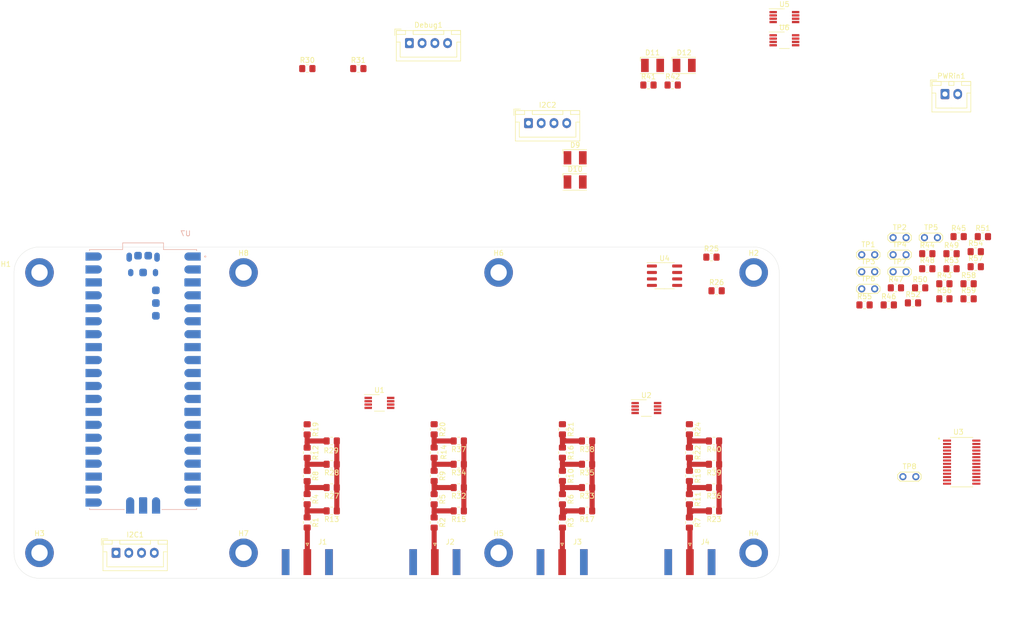
<source format=kicad_pcb>
(kicad_pcb (version 20171130) (host pcbnew "(5.1.10)-1")
  (layers (0 F.Cu signal) (31 B.Cu signal) (34 B.Paste user) (35 F.Paste user) (36 B.SilkS user) (37 F.SilkS user) (38 B.Mask user) (39 F.Mask user) (44 Edge.Cuts user))
  (net 0 "")
  (net 1 "Net-(D1-Pad1)")
  (net 2 "Net-(D1-Pad2)")
  (net 3 "Net-(D2-Pad1)")
  (net 4 "Net-(D2-Pad2)")
  (net 5 "Net-(D3-Pad1)")
  (net 6 "Net-(D3-Pad2)")
  (net 7 "Net-(D4-Pad1)")
  (net 8 "Net-(D4-Pad2)")
  (net 9 "Net-(R1-Pad1)")
  (net 10 "Net-(R15-Pad2)")
  (net 11 "Net-(R17-Pad2)")
  (net 12 "Net-(R10-Pad2)")
  (net 13 "Net-(R11-Pad2)")
  (net 14 "Net-(R12-Pad2)")
  (net 15 "Net-(R14-Pad2)")
  (net 16 "Net-(R10-Pad1)")
  (net 17 "Net-(R11-Pad1)")
  (net 18 "Net-(R12-Pad1)")
  (net 19 "Net-(R14-Pad1)")
  (net 20 "Net-(R16-Pad1)")
  (net 21 "Net-(R18-Pad1)")
  (net 22 "Net-(R22-Pad1)")
  (net 23 "Net-(R25-Pad2)")
  (net 24 "Net-(R25-Pad1)")
  (net 25 "Net-(R26-Pad2)")
  (net 26 "Net-(U7-PadA)")
  (net 27 "Net-(R27-Pad2)")
  (net 28 "Net-(D5-Pad1)")
  (net 29 "Net-(D6-Pad1)")
  (net 30 "Net-(D7-Pad1)")
  (net 31 "Net-(D8-Pad1)")
  (net 32 "Net-(R32-Pad2)")
  (net 33 "Net-(D9-Pad2)")
  (net 34 "Net-(D10-Pad2)")
  (net 35 "Net-(D11-Pad2)")
  (net 36 "Net-(D12-Pad2)")
  (net 37 GNDD)
  (net 38 "Net-(R43-Pad1)")
  (net 39 "Net-(R44-Pad1)")
  (net 40 "Net-(R45-Pad1)")
  (net 41 "Net-(R46-Pad1)")
  (net 42 "Net-(R47-Pad1)")
  (net 43 "Net-(R48-Pad1)")
  (net 44 "Net-(R49-Pad1)")
  (net 45 "Net-(R50-Pad1)")
  (net 46 "Net-(R51-Pad1)")
  (net 47 "Net-(R52-Pad1)")
  (net 48 "Net-(R53-Pad1)")
  (net 49 "Net-(R54-Pad1)")
  (net 50 "Net-(R55-Pad1)")
  (net 51 "Net-(R56-Pad1)")
  (net 52 "Net-(R57-Pad2)")
  (net 53 "Net-(R59-Pad2)")
  (net 54 REFP0)
  (net 55 GNDA)
  (net 56 IEXC1)
  (net 57 IEXC2)
  (net 58 REFN0)
  (net 59 VREFCOM)
  (net 60 VREFOUT)
  (net 61 REFP1)
  (net 62 REFN1)
  (net 63 AIN1)
  (net 64 AIN3)
  (net 65 AIN5)
  (net 66 AIN7)
  (net 67 AIN0)
  (net 68 AIN2)
  (net 69 AIN4)
  (net 70 AIN6)
  (module SAE_spec:MODULE_SC0915 (layer B.Cu) (at 105.31 96 180)
    (fp_text reference U7 (at -8.325 28.635) (layer B.SilkS) (effects (justify mirror)))
    (fp_text value SC0915)
    (pad 1 smd custom (at -9.69 24.13 180) (size 1 1) (layers B.Cu) (options (clearance outline) (anchor rect)) (primitives (gr_poly (pts (xy -1.6 -0.8) (xy -1.6 0.8) (xy 0.8 0.8) (xy 0.842 0.799) (xy 0.884 0.796) (xy 0.925 0.79) (xy 0.966 0.783) (xy 1.007 0.773) (xy 1.047 0.761) (xy 1.087 0.747) (xy 1.125 0.731) (xy 1.163 0.713) (xy 1.2 0.693) (xy 1.236 0.671) (xy 1.27 0.647) (xy 1.303 0.622) (xy 1.335 0.595) (xy 1.366 0.566) (xy 1.395 0.535) (xy 1.422 0.503) (xy 1.447 0.47) (xy 1.471 0.436) (xy 1.493 0.4) (xy 1.513 0.363) (xy 1.531 0.325) (xy 1.547 0.287) (xy 1.561 0.247) (xy 1.573 0.207) (xy 1.583 0.166) (xy 1.59 0.125) (xy 1.596 0.084) (xy 1.599 0.042) (xy 1.6 0) (xy 1.599 -0.042) (xy 1.596 -0.084) (xy 1.59 -0.125) (xy 1.583 -0.166) (xy 1.573 -0.207) (xy 1.561 -0.247) (xy 1.547 -0.287) (xy 1.531 -0.325) (xy 1.513 -0.363) (xy 1.493 -0.4) (xy 1.471 -0.436) (xy 1.447 -0.47) (xy 1.422 -0.503) (xy 1.395 -0.535) (xy 1.366 -0.566) (xy 1.335 -0.595) (xy 1.303 -0.622) (xy 1.27 -0.647) (xy 1.236 -0.671) (xy 1.2 -0.693) (xy 1.163 -0.713) (xy 1.125 -0.731) (xy 1.087 -0.747) (xy 1.047 -0.761) (xy 1.007 -0.773) (xy 0.966 -0.783) (xy 0.925 -0.79) (xy 0.884 -0.796) (xy 0.842 -0.799) (xy 0.8 -0.8) (xy -1.6 -0.8)) (width 0.01))))
    (pad 40 smd custom (at 9.69 24.13 180) (size 1 1) (layers B.Cu) (options (clearance outline) (anchor rect)) (primitives (gr_poly (pts (xy 1.6 -0.8) (xy 1.6 0.8) (xy -0.8 0.8) (xy -0.842 0.799) (xy -0.884 0.796) (xy -0.925 0.79) (xy -0.966 0.783) (xy -1.007 0.773) (xy -1.047 0.761) (xy -1.087 0.747) (xy -1.125 0.731) (xy -1.163 0.713) (xy -1.2 0.693) (xy -1.236 0.671) (xy -1.27 0.647) (xy -1.303 0.622) (xy -1.335 0.595) (xy -1.366 0.566) (xy -1.395 0.535) (xy -1.422 0.503) (xy -1.447 0.47) (xy -1.471 0.436) (xy -1.493 0.4) (xy -1.513 0.363) (xy -1.531 0.325) (xy -1.547 0.287) (xy -1.561 0.247) (xy -1.573 0.207) (xy -1.583 0.166) (xy -1.59 0.125) (xy -1.596 0.084) (xy -1.599 0.042) (xy -1.6 0) (xy -1.599 -0.042) (xy -1.596 -0.084) (xy -1.59 -0.125) (xy -1.583 -0.166) (xy -1.573 -0.207) (xy -1.561 -0.247) (xy -1.547 -0.287) (xy -1.531 -0.325) (xy -1.513 -0.363) (xy -1.493 -0.4) (xy -1.471 -0.436) (xy -1.447 -0.47) (xy -1.422 -0.503) (xy -1.395 -0.535) (xy -1.366 -0.566) (xy -1.335 -0.595) (xy -1.303 -0.622) (xy -1.27 -0.647) (xy -1.236 -0.671) (xy -1.2 -0.693) (xy -1.163 -0.713) (xy -1.125 -0.731) (xy -1.087 -0.747) (xy -1.047 -0.761) (xy -1.007 -0.773) (xy -0.966 -0.783) (xy -0.925 -0.79) (xy -0.884 -0.796) (xy -0.842 -0.799) (xy -0.8 -0.8) (xy 1.6 -0.8)) (width 0.01))))
    (pad 38 smd custom (at 9.69 19.05 180) (size 1 1) (layers B.Cu) (net 37 GNDD) (options (clearance outline) (anchor rect)) (primitives (gr_poly (pts (xy 1.6 -0.8) (xy 1.6 0.8) (xy -1.4 0.8) (xy -1.41 0.8) (xy -1.421 0.799) (xy -1.431 0.798) (xy -1.442 0.796) (xy -1.452 0.793) (xy -1.462 0.79) (xy -1.472 0.787) (xy -1.481 0.783) (xy -1.491 0.778) (xy -1.5 0.773) (xy -1.509 0.768) (xy -1.518 0.762) (xy -1.526 0.755) (xy -1.534 0.749) (xy -1.541 0.741) (xy -1.549 0.734) (xy -1.555 0.726) (xy -1.562 0.718) (xy -1.568 0.709) (xy -1.573 0.7) (xy -1.578 0.691) (xy -1.583 0.681) (xy -1.587 0.672) (xy -1.59 0.662) (xy -1.593 0.652) (xy -1.596 0.642) (xy -1.598 0.631) (xy -1.599 0.621) (xy -1.6 0.61) (xy -1.6 0.6) (xy -1.6 -0.6) (xy -1.6 -0.61) (xy -1.599 -0.621) (xy -1.598 -0.631) (xy -1.596 -0.642) (xy -1.593 -0.652) (xy -1.59 -0.662) (xy -1.587 -0.672) (xy -1.583 -0.681) (xy -1.578 -0.691) (xy -1.573 -0.7) (xy -1.568 -0.709) (xy -1.562 -0.718) (xy -1.555 -0.726) (xy -1.549 -0.734) (xy -1.541 -0.741) (xy -1.534 -0.749) (xy -1.526 -0.755) (xy -1.518 -0.762) (xy -1.509 -0.768) (xy -1.5 -0.773) (xy -1.491 -0.778) (xy -1.481 -0.783) (xy -1.472 -0.787) (xy -1.462 -0.79) (xy -1.452 -0.793) (xy -1.442 -0.796) (xy -1.431 -0.798) (xy -1.421 -0.799) (xy -1.41 -0.8) (xy -1.4 -0.8) (xy 1.6 -0.8)) (width 0.01))))
    (pad D1 smd custom (at -2.54 -24.7 180) (size 1 1) (layers B.Cu) (options (clearance outline) (anchor rect)) (primitives (gr_poly (pts (xy -0.8 -1.6) (xy -0.8 0.8) (xy -0.799 0.842) (xy -0.796 0.884) (xy -0.79 0.925) (xy -0.783 0.966) (xy -0.773 1.007) (xy -0.761 1.047) (xy -0.747 1.087) (xy -0.731 1.125) (xy -0.713 1.163) (xy -0.693 1.2) (xy -0.671 1.236) (xy -0.647 1.27) (xy -0.622 1.303) (xy -0.595 1.335) (xy -0.566 1.366) (xy -0.535 1.395) (xy -0.503 1.422) (xy -0.47 1.447) (xy -0.436 1.471) (xy -0.4 1.493) (xy -0.363 1.513) (xy -0.325 1.531) (xy -0.287 1.547) (xy -0.247 1.561) (xy -0.207 1.573) (xy -0.166 1.583) (xy -0.125 1.59) (xy -0.084 1.596) (xy -0.042 1.599) (xy 0 1.6) (xy 0.042 1.599) (xy 0.084 1.596) (xy 0.125 1.59) (xy 0.166 1.583) (xy 0.207 1.573) (xy 0.247 1.561) (xy 0.287 1.547) (xy 0.325 1.531) (xy 0.363 1.513) (xy 0.4 1.493) (xy 0.436 1.471) (xy 0.47 1.447) (xy 0.503 1.422) (xy 0.535 1.395) (xy 0.566 1.366) (xy 0.595 1.335) (xy 0.622 1.303) (xy 0.647 1.27) (xy 0.671 1.236) (xy 0.693 1.2) (xy 0.713 1.163) (xy 0.731 1.125) (xy 0.747 1.087) (xy 0.761 1.047) (xy 0.773 1.007) (xy 0.783 0.966) (xy 0.79 0.925) (xy 0.796 0.884) (xy 0.799 0.842) (xy 0.8 0.8) (xy 0.8 -1.6) (xy -0.8 -1.6)) (width 0.01))))
    (pad D2 smd custom (at 0 -24.7 180) (size 1 1) (layers B.Cu) (net 37 GNDD) (options (clearance outline) (anchor rect)) (primitives (gr_poly (pts (xy -0.8 -1.6) (xy -0.8 1.4) (xy -0.8 1.41) (xy -0.799 1.421) (xy -0.798 1.431) (xy -0.796 1.442) (xy -0.793 1.452) (xy -0.79 1.462) (xy -0.787 1.472) (xy -0.783 1.481) (xy -0.778 1.491) (xy -0.773 1.5) (xy -0.768 1.509) (xy -0.762 1.518) (xy -0.755 1.526) (xy -0.749 1.534) (xy -0.741 1.541) (xy -0.734 1.549) (xy -0.726 1.555) (xy -0.718 1.562) (xy -0.709 1.568) (xy -0.7 1.573) (xy -0.691 1.578) (xy -0.681 1.583) (xy -0.672 1.587) (xy -0.662 1.59) (xy -0.652 1.593) (xy -0.642 1.596) (xy -0.631 1.598) (xy -0.621 1.599) (xy -0.61 1.6) (xy -0.6 1.6) (xy 0.6 1.6) (xy 0.61 1.6) (xy 0.621 1.599) (xy 0.631 1.598) (xy 0.642 1.596) (xy 0.652 1.593) (xy 0.662 1.59) (xy 0.672 1.587) (xy 0.681 1.583) (xy 0.691 1.578) (xy 0.7 1.573) (xy 0.709 1.568) (xy 0.718 1.562) (xy 0.726 1.555) (xy 0.734 1.549) (xy 0.741 1.541) (xy 0.749 1.534) (xy 0.755 1.526) (xy 0.762 1.518) (xy 0.768 1.509) (xy 0.773 1.5) (xy 0.778 1.491) (xy 0.783 1.481) (xy 0.787 1.472) (xy 0.79 1.462) (xy 0.793 1.452) (xy 0.796 1.442) (xy 0.798 1.431) (xy 0.799 1.421) (xy 0.8 1.41) (xy 0.8 1.4) (xy 0.8 -1.6) (xy -0.8 -1.6)) (width 0.01))))
    (pad 2 smd custom (at -9.69 21.59 180) (size 1 1) (layers B.Cu) (options (clearance outline) (anchor rect)) (primitives (gr_poly (pts (xy -1.6 -0.8) (xy -1.6 0.8) (xy 0.8 0.8) (xy 0.842 0.799) (xy 0.884 0.796) (xy 0.925 0.79) (xy 0.966 0.783) (xy 1.007 0.773) (xy 1.047 0.761) (xy 1.087 0.747) (xy 1.125 0.731) (xy 1.163 0.713) (xy 1.2 0.693) (xy 1.236 0.671) (xy 1.27 0.647) (xy 1.303 0.622) (xy 1.335 0.595) (xy 1.366 0.566) (xy 1.395 0.535) (xy 1.422 0.503) (xy 1.447 0.47) (xy 1.471 0.436) (xy 1.493 0.4) (xy 1.513 0.363) (xy 1.531 0.325) (xy 1.547 0.287) (xy 1.561 0.247) (xy 1.573 0.207) (xy 1.583 0.166) (xy 1.59 0.125) (xy 1.596 0.084) (xy 1.599 0.042) (xy 1.6 0) (xy 1.599 -0.042) (xy 1.596 -0.084) (xy 1.59 -0.125) (xy 1.583 -0.166) (xy 1.573 -0.207) (xy 1.561 -0.247) (xy 1.547 -0.287) (xy 1.531 -0.325) (xy 1.513 -0.363) (xy 1.493 -0.4) (xy 1.471 -0.436) (xy 1.447 -0.47) (xy 1.422 -0.503) (xy 1.395 -0.535) (xy 1.366 -0.566) (xy 1.335 -0.595) (xy 1.303 -0.622) (xy 1.27 -0.647) (xy 1.236 -0.671) (xy 1.2 -0.693) (xy 1.163 -0.713) (xy 1.125 -0.731) (xy 1.087 -0.747) (xy 1.047 -0.761) (xy 1.007 -0.773) (xy 0.966 -0.783) (xy 0.925 -0.79) (xy 0.884 -0.796) (xy 0.842 -0.799) (xy 0.8 -0.8) (xy -1.6 -0.8)) (width 0.01))))
    (pad 4 smd custom (at -9.69 16.51 180) (size 1 1) (layers B.Cu) (options (clearance outline) (anchor rect)) (primitives (gr_poly (pts (xy -1.6 -0.8) (xy -1.6 0.8) (xy 0.8 0.8) (xy 0.842 0.799) (xy 0.884 0.796) (xy 0.925 0.79) (xy 0.966 0.783) (xy 1.007 0.773) (xy 1.047 0.761) (xy 1.087 0.747) (xy 1.125 0.731) (xy 1.163 0.713) (xy 1.2 0.693) (xy 1.236 0.671) (xy 1.27 0.647) (xy 1.303 0.622) (xy 1.335 0.595) (xy 1.366 0.566) (xy 1.395 0.535) (xy 1.422 0.503) (xy 1.447 0.47) (xy 1.471 0.436) (xy 1.493 0.4) (xy 1.513 0.363) (xy 1.531 0.325) (xy 1.547 0.287) (xy 1.561 0.247) (xy 1.573 0.207) (xy 1.583 0.166) (xy 1.59 0.125) (xy 1.596 0.084) (xy 1.599 0.042) (xy 1.6 0) (xy 1.599 -0.042) (xy 1.596 -0.084) (xy 1.59 -0.125) (xy 1.583 -0.166) (xy 1.573 -0.207) (xy 1.561 -0.247) (xy 1.547 -0.287) (xy 1.531 -0.325) (xy 1.513 -0.363) (xy 1.493 -0.4) (xy 1.471 -0.436) (xy 1.447 -0.47) (xy 1.422 -0.503) (xy 1.395 -0.535) (xy 1.366 -0.566) (xy 1.335 -0.595) (xy 1.303 -0.622) (xy 1.27 -0.647) (xy 1.236 -0.671) (xy 1.2 -0.693) (xy 1.163 -0.713) (xy 1.125 -0.731) (xy 1.087 -0.747) (xy 1.047 -0.761) (xy 1.007 -0.773) (xy 0.966 -0.783) (xy 0.925 -0.79) (xy 0.884 -0.796) (xy 0.842 -0.799) (xy 0.8 -0.8) (xy -1.6 -0.8)) (width 0.01))))
    (pad 5 smd custom (at -9.69 13.97 180) (size 1 1) (layers B.Cu) (options (clearance outline) (anchor rect)) (primitives (gr_poly (pts (xy -1.6 -0.8) (xy -1.6 0.8) (xy 0.8 0.8) (xy 0.842 0.799) (xy 0.884 0.796) (xy 0.925 0.79) (xy 0.966 0.783) (xy 1.007 0.773) (xy 1.047 0.761) (xy 1.087 0.747) (xy 1.125 0.731) (xy 1.163 0.713) (xy 1.2 0.693) (xy 1.236 0.671) (xy 1.27 0.647) (xy 1.303 0.622) (xy 1.335 0.595) (xy 1.366 0.566) (xy 1.395 0.535) (xy 1.422 0.503) (xy 1.447 0.47) (xy 1.471 0.436) (xy 1.493 0.4) (xy 1.513 0.363) (xy 1.531 0.325) (xy 1.547 0.287) (xy 1.561 0.247) (xy 1.573 0.207) (xy 1.583 0.166) (xy 1.59 0.125) (xy 1.596 0.084) (xy 1.599 0.042) (xy 1.6 0) (xy 1.599 -0.042) (xy 1.596 -0.084) (xy 1.59 -0.125) (xy 1.583 -0.166) (xy 1.573 -0.207) (xy 1.561 -0.247) (xy 1.547 -0.287) (xy 1.531 -0.325) (xy 1.513 -0.363) (xy 1.493 -0.4) (xy 1.471 -0.436) (xy 1.447 -0.47) (xy 1.422 -0.503) (xy 1.395 -0.535) (xy 1.366 -0.566) (xy 1.335 -0.595) (xy 1.303 -0.622) (xy 1.27 -0.647) (xy 1.236 -0.671) (xy 1.2 -0.693) (xy 1.163 -0.713) (xy 1.125 -0.731) (xy 1.087 -0.747) (xy 1.047 -0.761) (xy 1.007 -0.773) (xy 0.966 -0.783) (xy 0.925 -0.79) (xy 0.884 -0.796) (xy 0.842 -0.799) (xy 0.8 -0.8) (xy -1.6 -0.8)) (width 0.01))))
    (pad 6 smd custom (at -9.69 11.43 180) (size 1 1) (layers B.Cu) (options (clearance outline) (anchor rect)) (primitives (gr_poly (pts (xy -1.6 -0.8) (xy -1.6 0.8) (xy 0.8 0.8) (xy 0.842 0.799) (xy 0.884 0.796) (xy 0.925 0.79) (xy 0.966 0.783) (xy 1.007 0.773) (xy 1.047 0.761) (xy 1.087 0.747) (xy 1.125 0.731) (xy 1.163 0.713) (xy 1.2 0.693) (xy 1.236 0.671) (xy 1.27 0.647) (xy 1.303 0.622) (xy 1.335 0.595) (xy 1.366 0.566) (xy 1.395 0.535) (xy 1.422 0.503) (xy 1.447 0.47) (xy 1.471 0.436) (xy 1.493 0.4) (xy 1.513 0.363) (xy 1.531 0.325) (xy 1.547 0.287) (xy 1.561 0.247) (xy 1.573 0.207) (xy 1.583 0.166) (xy 1.59 0.125) (xy 1.596 0.084) (xy 1.599 0.042) (xy 1.6 0) (xy 1.599 -0.042) (xy 1.596 -0.084) (xy 1.59 -0.125) (xy 1.583 -0.166) (xy 1.573 -0.207) (xy 1.561 -0.247) (xy 1.547 -0.287) (xy 1.531 -0.325) (xy 1.513 -0.363) (xy 1.493 -0.4) (xy 1.471 -0.436) (xy 1.447 -0.47) (xy 1.422 -0.503) (xy 1.395 -0.535) (xy 1.366 -0.566) (xy 1.335 -0.595) (xy 1.303 -0.622) (xy 1.27 -0.647) (xy 1.236 -0.671) (xy 1.2 -0.693) (xy 1.163 -0.713) (xy 1.125 -0.731) (xy 1.087 -0.747) (xy 1.047 -0.761) (xy 1.007 -0.773) (xy 0.966 -0.783) (xy 0.925 -0.79) (xy 0.884 -0.796) (xy 0.842 -0.799) (xy 0.8 -0.8) (xy -1.6 -0.8)) (width 0.01))))
    (pad 7 smd custom (at -9.69 8.89 180) (size 1 1) (layers B.Cu) (options (clearance outline) (anchor rect)) (primitives (gr_poly (pts (xy -1.6 -0.8) (xy -1.6 0.8) (xy 0.8 0.8) (xy 0.842 0.799) (xy 0.884 0.796) (xy 0.925 0.79) (xy 0.966 0.783) (xy 1.007 0.773) (xy 1.047 0.761) (xy 1.087 0.747) (xy 1.125 0.731) (xy 1.163 0.713) (xy 1.2 0.693) (xy 1.236 0.671) (xy 1.27 0.647) (xy 1.303 0.622) (xy 1.335 0.595) (xy 1.366 0.566) (xy 1.395 0.535) (xy 1.422 0.503) (xy 1.447 0.47) (xy 1.471 0.436) (xy 1.493 0.4) (xy 1.513 0.363) (xy 1.531 0.325) (xy 1.547 0.287) (xy 1.561 0.247) (xy 1.573 0.207) (xy 1.583 0.166) (xy 1.59 0.125) (xy 1.596 0.084) (xy 1.599 0.042) (xy 1.6 0) (xy 1.599 -0.042) (xy 1.596 -0.084) (xy 1.59 -0.125) (xy 1.583 -0.166) (xy 1.573 -0.207) (xy 1.561 -0.247) (xy 1.547 -0.287) (xy 1.531 -0.325) (xy 1.513 -0.363) (xy 1.493 -0.4) (xy 1.471 -0.436) (xy 1.447 -0.47) (xy 1.422 -0.503) (xy 1.395 -0.535) (xy 1.366 -0.566) (xy 1.335 -0.595) (xy 1.303 -0.622) (xy 1.27 -0.647) (xy 1.236 -0.671) (xy 1.2 -0.693) (xy 1.163 -0.713) (xy 1.125 -0.731) (xy 1.087 -0.747) (xy 1.047 -0.761) (xy 1.007 -0.773) (xy 0.966 -0.783) (xy 0.925 -0.79) (xy 0.884 -0.796) (xy 0.842 -0.799) (xy 0.8 -0.8) (xy -1.6 -0.8)) (width 0.01))))
    (pad 9 smd custom (at -9.69 3.81 180) (size 1 1) (layers B.Cu) (options (clearance outline) (anchor rect)) (primitives (gr_poly (pts (xy -1.6 -0.8) (xy -1.6 0.8) (xy 0.8 0.8) (xy 0.842 0.799) (xy 0.884 0.796) (xy 0.925 0.79) (xy 0.966 0.783) (xy 1.007 0.773) (xy 1.047 0.761) (xy 1.087 0.747) (xy 1.125 0.731) (xy 1.163 0.713) (xy 1.2 0.693) (xy 1.236 0.671) (xy 1.27 0.647) (xy 1.303 0.622) (xy 1.335 0.595) (xy 1.366 0.566) (xy 1.395 0.535) (xy 1.422 0.503) (xy 1.447 0.47) (xy 1.471 0.436) (xy 1.493 0.4) (xy 1.513 0.363) (xy 1.531 0.325) (xy 1.547 0.287) (xy 1.561 0.247) (xy 1.573 0.207) (xy 1.583 0.166) (xy 1.59 0.125) (xy 1.596 0.084) (xy 1.599 0.042) (xy 1.6 0) (xy 1.599 -0.042) (xy 1.596 -0.084) (xy 1.59 -0.125) (xy 1.583 -0.166) (xy 1.573 -0.207) (xy 1.561 -0.247) (xy 1.547 -0.287) (xy 1.531 -0.325) (xy 1.513 -0.363) (xy 1.493 -0.4) (xy 1.471 -0.436) (xy 1.447 -0.47) (xy 1.422 -0.503) (xy 1.395 -0.535) (xy 1.366 -0.566) (xy 1.335 -0.595) (xy 1.303 -0.622) (xy 1.27 -0.647) (xy 1.236 -0.671) (xy 1.2 -0.693) (xy 1.163 -0.713) (xy 1.125 -0.731) (xy 1.087 -0.747) (xy 1.047 -0.761) (xy 1.007 -0.773) (xy 0.966 -0.783) (xy 0.925 -0.79) (xy 0.884 -0.796) (xy 0.842 -0.799) (xy 0.8 -0.8) (xy -1.6 -0.8)) (width 0.01))))
    (pad 10 smd custom (at -9.69 1.27 180) (size 1 1) (layers B.Cu) (options (clearance outline) (anchor rect)) (primitives (gr_poly (pts (xy -1.6 -0.8) (xy -1.6 0.8) (xy 0.8 0.8) (xy 0.842 0.799) (xy 0.884 0.796) (xy 0.925 0.79) (xy 0.966 0.783) (xy 1.007 0.773) (xy 1.047 0.761) (xy 1.087 0.747) (xy 1.125 0.731) (xy 1.163 0.713) (xy 1.2 0.693) (xy 1.236 0.671) (xy 1.27 0.647) (xy 1.303 0.622) (xy 1.335 0.595) (xy 1.366 0.566) (xy 1.395 0.535) (xy 1.422 0.503) (xy 1.447 0.47) (xy 1.471 0.436) (xy 1.493 0.4) (xy 1.513 0.363) (xy 1.531 0.325) (xy 1.547 0.287) (xy 1.561 0.247) (xy 1.573 0.207) (xy 1.583 0.166) (xy 1.59 0.125) (xy 1.596 0.084) (xy 1.599 0.042) (xy 1.6 0) (xy 1.599 -0.042) (xy 1.596 -0.084) (xy 1.59 -0.125) (xy 1.583 -0.166) (xy 1.573 -0.207) (xy 1.561 -0.247) (xy 1.547 -0.287) (xy 1.531 -0.325) (xy 1.513 -0.363) (xy 1.493 -0.4) (xy 1.471 -0.436) (xy 1.447 -0.47) (xy 1.422 -0.503) (xy 1.395 -0.535) (xy 1.366 -0.566) (xy 1.335 -0.595) (xy 1.303 -0.622) (xy 1.27 -0.647) (xy 1.236 -0.671) (xy 1.2 -0.693) (xy 1.163 -0.713) (xy 1.125 -0.731) (xy 1.087 -0.747) (xy 1.047 -0.761) (xy 1.007 -0.773) (xy 0.966 -0.783) (xy 0.925 -0.79) (xy 0.884 -0.796) (xy 0.842 -0.799) (xy 0.8 -0.8) (xy -1.6 -0.8)) (width 0.01))))
    (pad 11 smd custom (at -9.69 -1.27 180) (size 1 1) (layers B.Cu) (options (clearance outline) (anchor rect)) (primitives (gr_poly (pts (xy -1.6 -0.8) (xy -1.6 0.8) (xy 0.8 0.8) (xy 0.842 0.799) (xy 0.884 0.796) (xy 0.925 0.79) (xy 0.966 0.783) (xy 1.007 0.773) (xy 1.047 0.761) (xy 1.087 0.747) (xy 1.125 0.731) (xy 1.163 0.713) (xy 1.2 0.693) (xy 1.236 0.671) (xy 1.27 0.647) (xy 1.303 0.622) (xy 1.335 0.595) (xy 1.366 0.566) (xy 1.395 0.535) (xy 1.422 0.503) (xy 1.447 0.47) (xy 1.471 0.436) (xy 1.493 0.4) (xy 1.513 0.363) (xy 1.531 0.325) (xy 1.547 0.287) (xy 1.561 0.247) (xy 1.573 0.207) (xy 1.583 0.166) (xy 1.59 0.125) (xy 1.596 0.084) (xy 1.599 0.042) (xy 1.6 0) (xy 1.599 -0.042) (xy 1.596 -0.084) (xy 1.59 -0.125) (xy 1.583 -0.166) (xy 1.573 -0.207) (xy 1.561 -0.247) (xy 1.547 -0.287) (xy 1.531 -0.325) (xy 1.513 -0.363) (xy 1.493 -0.4) (xy 1.471 -0.436) (xy 1.447 -0.47) (xy 1.422 -0.503) (xy 1.395 -0.535) (xy 1.366 -0.566) (xy 1.335 -0.595) (xy 1.303 -0.622) (xy 1.27 -0.647) (xy 1.236 -0.671) (xy 1.2 -0.693) (xy 1.163 -0.713) (xy 1.125 -0.731) (xy 1.087 -0.747) (xy 1.047 -0.761) (xy 1.007 -0.773) (xy 0.966 -0.783) (xy 0.925 -0.79) (xy 0.884 -0.796) (xy 0.842 -0.799) (xy 0.8 -0.8) (xy -1.6 -0.8)) (width 0.01))))
    (pad 12 smd custom (at -9.69 -3.81 180) (size 1 1) (layers B.Cu) (options (clearance outline) (anchor rect)) (primitives (gr_poly (pts (xy -1.6 -0.8) (xy -1.6 0.8) (xy 0.8 0.8) (xy 0.842 0.799) (xy 0.884 0.796) (xy 0.925 0.79) (xy 0.966 0.783) (xy 1.007 0.773) (xy 1.047 0.761) (xy 1.087 0.747) (xy 1.125 0.731) (xy 1.163 0.713) (xy 1.2 0.693) (xy 1.236 0.671) (xy 1.27 0.647) (xy 1.303 0.622) (xy 1.335 0.595) (xy 1.366 0.566) (xy 1.395 0.535) (xy 1.422 0.503) (xy 1.447 0.47) (xy 1.471 0.436) (xy 1.493 0.4) (xy 1.513 0.363) (xy 1.531 0.325) (xy 1.547 0.287) (xy 1.561 0.247) (xy 1.573 0.207) (xy 1.583 0.166) (xy 1.59 0.125) (xy 1.596 0.084) (xy 1.599 0.042) (xy 1.6 0) (xy 1.599 -0.042) (xy 1.596 -0.084) (xy 1.59 -0.125) (xy 1.583 -0.166) (xy 1.573 -0.207) (xy 1.561 -0.247) (xy 1.547 -0.287) (xy 1.531 -0.325) (xy 1.513 -0.363) (xy 1.493 -0.4) (xy 1.471 -0.436) (xy 1.447 -0.47) (xy 1.422 -0.503) (xy 1.395 -0.535) (xy 1.366 -0.566) (xy 1.335 -0.595) (xy 1.303 -0.622) (xy 1.27 -0.647) (xy 1.236 -0.671) (xy 1.2 -0.693) (xy 1.163 -0.713) (xy 1.125 -0.731) (xy 1.087 -0.747) (xy 1.047 -0.761) (xy 1.007 -0.773) (xy 0.966 -0.783) (xy 0.925 -0.79) (xy 0.884 -0.796) (xy 0.842 -0.799) (xy 0.8 -0.8) (xy -1.6 -0.8)) (width 0.01))))
    (pad 14 smd custom (at -9.69 -8.89 180) (size 1 1) (layers B.Cu) (options (clearance outline) (anchor rect)) (primitives (gr_poly (pts (xy -1.6 -0.8) (xy -1.6 0.8) (xy 0.8 0.8) (xy 0.842 0.799) (xy 0.884 0.796) (xy 0.925 0.79) (xy 0.966 0.783) (xy 1.007 0.773) (xy 1.047 0.761) (xy 1.087 0.747) (xy 1.125 0.731) (xy 1.163 0.713) (xy 1.2 0.693) (xy 1.236 0.671) (xy 1.27 0.647) (xy 1.303 0.622) (xy 1.335 0.595) (xy 1.366 0.566) (xy 1.395 0.535) (xy 1.422 0.503) (xy 1.447 0.47) (xy 1.471 0.436) (xy 1.493 0.4) (xy 1.513 0.363) (xy 1.531 0.325) (xy 1.547 0.287) (xy 1.561 0.247) (xy 1.573 0.207) (xy 1.583 0.166) (xy 1.59 0.125) (xy 1.596 0.084) (xy 1.599 0.042) (xy 1.6 0) (xy 1.599 -0.042) (xy 1.596 -0.084) (xy 1.59 -0.125) (xy 1.583 -0.166) (xy 1.573 -0.207) (xy 1.561 -0.247) (xy 1.547 -0.287) (xy 1.531 -0.325) (xy 1.513 -0.363) (xy 1.493 -0.4) (xy 1.471 -0.436) (xy 1.447 -0.47) (xy 1.422 -0.503) (xy 1.395 -0.535) (xy 1.366 -0.566) (xy 1.335 -0.595) (xy 1.303 -0.622) (xy 1.27 -0.647) (xy 1.236 -0.671) (xy 1.2 -0.693) (xy 1.163 -0.713) (xy 1.125 -0.731) (xy 1.087 -0.747) (xy 1.047 -0.761) (xy 1.007 -0.773) (xy 0.966 -0.783) (xy 0.925 -0.79) (xy 0.884 -0.796) (xy 0.842 -0.799) (xy 0.8 -0.8) (xy -1.6 -0.8)) (width 0.01))))
    (pad 15 smd custom (at -9.69 -11.43 180) (size 1 1) (layers B.Cu) (options (clearance outline) (anchor rect)) (primitives (gr_poly (pts (xy -1.6 -0.8) (xy -1.6 0.8) (xy 0.8 0.8) (xy 0.842 0.799) (xy 0.884 0.796) (xy 0.925 0.79) (xy 0.966 0.783) (xy 1.007 0.773) (xy 1.047 0.761) (xy 1.087 0.747) (xy 1.125 0.731) (xy 1.163 0.713) (xy 1.2 0.693) (xy 1.236 0.671) (xy 1.27 0.647) (xy 1.303 0.622) (xy 1.335 0.595) (xy 1.366 0.566) (xy 1.395 0.535) (xy 1.422 0.503) (xy 1.447 0.47) (xy 1.471 0.436) (xy 1.493 0.4) (xy 1.513 0.363) (xy 1.531 0.325) (xy 1.547 0.287) (xy 1.561 0.247) (xy 1.573 0.207) (xy 1.583 0.166) (xy 1.59 0.125) (xy 1.596 0.084) (xy 1.599 0.042) (xy 1.6 0) (xy 1.599 -0.042) (xy 1.596 -0.084) (xy 1.59 -0.125) (xy 1.583 -0.166) (xy 1.573 -0.207) (xy 1.561 -0.247) (xy 1.547 -0.287) (xy 1.531 -0.325) (xy 1.513 -0.363) (xy 1.493 -0.4) (xy 1.471 -0.436) (xy 1.447 -0.47) (xy 1.422 -0.503) (xy 1.395 -0.535) (xy 1.366 -0.566) (xy 1.335 -0.595) (xy 1.303 -0.622) (xy 1.27 -0.647) (xy 1.236 -0.671) (xy 1.2 -0.693) (xy 1.163 -0.713) (xy 1.125 -0.731) (xy 1.087 -0.747) (xy 1.047 -0.761) (xy 1.007 -0.773) (xy 0.966 -0.783) (xy 0.925 -0.79) (xy 0.884 -0.796) (xy 0.842 -0.799) (xy 0.8 -0.8) (xy -1.6 -0.8)) (width 0.01))))
    (pad 16 smd custom (at -9.69 -13.97 180) (size 1 1) (layers B.Cu) (options (clearance outline) (anchor rect)) (primitives (gr_poly (pts (xy -1.6 -0.8) (xy -1.6 0.8) (xy 0.8 0.8) (xy 0.842 0.799) (xy 0.884 0.796) (xy 0.925 0.79) (xy 0.966 0.783) (xy 1.007 0.773) (xy 1.047 0.761) (xy 1.087 0.747) (xy 1.125 0.731) (xy 1.163 0.713) (xy 1.2 0.693) (xy 1.236 0.671) (xy 1.27 0.647) (xy 1.303 0.622) (xy 1.335 0.595) (xy 1.366 0.566) (xy 1.395 0.535) (xy 1.422 0.503) (xy 1.447 0.47) (xy 1.471 0.436) (xy 1.493 0.4) (xy 1.513 0.363) (xy 1.531 0.325) (xy 1.547 0.287) (xy 1.561 0.247) (xy 1.573 0.207) (xy 1.583 0.166) (xy 1.59 0.125) (xy 1.596 0.084) (xy 1.599 0.042) (xy 1.6 0) (xy 1.599 -0.042) (xy 1.596 -0.084) (xy 1.59 -0.125) (xy 1.583 -0.166) (xy 1.573 -0.207) (xy 1.561 -0.247) (xy 1.547 -0.287) (xy 1.531 -0.325) (xy 1.513 -0.363) (xy 1.493 -0.4) (xy 1.471 -0.436) (xy 1.447 -0.47) (xy 1.422 -0.503) (xy 1.395 -0.535) (xy 1.366 -0.566) (xy 1.335 -0.595) (xy 1.303 -0.622) (xy 1.27 -0.647) (xy 1.236 -0.671) (xy 1.2 -0.693) (xy 1.163 -0.713) (xy 1.125 -0.731) (xy 1.087 -0.747) (xy 1.047 -0.761) (xy 1.007 -0.773) (xy 0.966 -0.783) (xy 0.925 -0.79) (xy 0.884 -0.796) (xy 0.842 -0.799) (xy 0.8 -0.8) (xy -1.6 -0.8)) (width 0.01))))
    (pad 17 smd custom (at -9.69 -16.51 180) (size 1 1) (layers B.Cu) (options (clearance outline) (anchor rect)) (primitives (gr_poly (pts (xy -1.6 -0.8) (xy -1.6 0.8) (xy 0.8 0.8) (xy 0.842 0.799) (xy 0.884 0.796) (xy 0.925 0.79) (xy 0.966 0.783) (xy 1.007 0.773) (xy 1.047 0.761) (xy 1.087 0.747) (xy 1.125 0.731) (xy 1.163 0.713) (xy 1.2 0.693) (xy 1.236 0.671) (xy 1.27 0.647) (xy 1.303 0.622) (xy 1.335 0.595) (xy 1.366 0.566) (xy 1.395 0.535) (xy 1.422 0.503) (xy 1.447 0.47) (xy 1.471 0.436) (xy 1.493 0.4) (xy 1.513 0.363) (xy 1.531 0.325) (xy 1.547 0.287) (xy 1.561 0.247) (xy 1.573 0.207) (xy 1.583 0.166) (xy 1.59 0.125) (xy 1.596 0.084) (xy 1.599 0.042) (xy 1.6 0) (xy 1.599 -0.042) (xy 1.596 -0.084) (xy 1.59 -0.125) (xy 1.583 -0.166) (xy 1.573 -0.207) (xy 1.561 -0.247) (xy 1.547 -0.287) (xy 1.531 -0.325) (xy 1.513 -0.363) (xy 1.493 -0.4) (xy 1.471 -0.436) (xy 1.447 -0.47) (xy 1.422 -0.503) (xy 1.395 -0.535) (xy 1.366 -0.566) (xy 1.335 -0.595) (xy 1.303 -0.622) (xy 1.27 -0.647) (xy 1.236 -0.671) (xy 1.2 -0.693) (xy 1.163 -0.713) (xy 1.125 -0.731) (xy 1.087 -0.747) (xy 1.047 -0.761) (xy 1.007 -0.773) (xy 0.966 -0.783) (xy 0.925 -0.79) (xy 0.884 -0.796) (xy 0.842 -0.799) (xy 0.8 -0.8) (xy -1.6 -0.8)) (width 0.01))))
    (pad 19 smd custom (at -9.69 -21.59 180) (size 1 1) (layers B.Cu) (options (clearance outline) (anchor rect)) (primitives (gr_poly (pts (xy -1.6 -0.8) (xy -1.6 0.8) (xy 0.8 0.8) (xy 0.842 0.799) (xy 0.884 0.796) (xy 0.925 0.79) (xy 0.966 0.783) (xy 1.007 0.773) (xy 1.047 0.761) (xy 1.087 0.747) (xy 1.125 0.731) (xy 1.163 0.713) (xy 1.2 0.693) (xy 1.236 0.671) (xy 1.27 0.647) (xy 1.303 0.622) (xy 1.335 0.595) (xy 1.366 0.566) (xy 1.395 0.535) (xy 1.422 0.503) (xy 1.447 0.47) (xy 1.471 0.436) (xy 1.493 0.4) (xy 1.513 0.363) (xy 1.531 0.325) (xy 1.547 0.287) (xy 1.561 0.247) (xy 1.573 0.207) (xy 1.583 0.166) (xy 1.59 0.125) (xy 1.596 0.084) (xy 1.599 0.042) (xy 1.6 0) (xy 1.599 -0.042) (xy 1.596 -0.084) (xy 1.59 -0.125) (xy 1.583 -0.166) (xy 1.573 -0.207) (xy 1.561 -0.247) (xy 1.547 -0.287) (xy 1.531 -0.325) (xy 1.513 -0.363) (xy 1.493 -0.4) (xy 1.471 -0.436) (xy 1.447 -0.47) (xy 1.422 -0.503) (xy 1.395 -0.535) (xy 1.366 -0.566) (xy 1.335 -0.595) (xy 1.303 -0.622) (xy 1.27 -0.647) (xy 1.236 -0.671) (xy 1.2 -0.693) (xy 1.163 -0.713) (xy 1.125 -0.731) (xy 1.087 -0.747) (xy 1.047 -0.761) (xy 1.007 -0.773) (xy 0.966 -0.783) (xy 0.925 -0.79) (xy 0.884 -0.796) (xy 0.842 -0.799) (xy 0.8 -0.8) (xy -1.6 -0.8)) (width 0.01))))
    (pad 20 smd custom (at -9.69 -24.13 180) (size 1 1) (layers B.Cu) (options (clearance outline) (anchor rect)) (primitives (gr_poly (pts (xy -1.6 -0.8) (xy -1.6 0.8) (xy 0.8 0.8) (xy 0.842 0.799) (xy 0.884 0.796) (xy 0.925 0.79) (xy 0.966 0.783) (xy 1.007 0.773) (xy 1.047 0.761) (xy 1.087 0.747) (xy 1.125 0.731) (xy 1.163 0.713) (xy 1.2 0.693) (xy 1.236 0.671) (xy 1.27 0.647) (xy 1.303 0.622) (xy 1.335 0.595) (xy 1.366 0.566) (xy 1.395 0.535) (xy 1.422 0.503) (xy 1.447 0.47) (xy 1.471 0.436) (xy 1.493 0.4) (xy 1.513 0.363) (xy 1.531 0.325) (xy 1.547 0.287) (xy 1.561 0.247) (xy 1.573 0.207) (xy 1.583 0.166) (xy 1.59 0.125) (xy 1.596 0.084) (xy 1.599 0.042) (xy 1.6 0) (xy 1.599 -0.042) (xy 1.596 -0.084) (xy 1.59 -0.125) (xy 1.583 -0.166) (xy 1.573 -0.207) (xy 1.561 -0.247) (xy 1.547 -0.287) (xy 1.531 -0.325) (xy 1.513 -0.363) (xy 1.493 -0.4) (xy 1.471 -0.436) (xy 1.447 -0.47) (xy 1.422 -0.503) (xy 1.395 -0.535) (xy 1.366 -0.566) (xy 1.335 -0.595) (xy 1.303 -0.622) (xy 1.27 -0.647) (xy 1.236 -0.671) (xy 1.2 -0.693) (xy 1.163 -0.713) (xy 1.125 -0.731) (xy 1.087 -0.747) (xy 1.047 -0.761) (xy 1.007 -0.773) (xy 0.966 -0.783) (xy 0.925 -0.79) (xy 0.884 -0.796) (xy 0.842 -0.799) (xy 0.8 -0.8) (xy -1.6 -0.8)) (width 0.01))))
    (pad 3 smd custom (at -9.69 19.05 180) (size 1 1) (layers B.Cu) (net 37 GNDD) (options (clearance outline) (anchor rect)) (primitives (gr_poly (pts (xy -1.6 -0.8) (xy -1.6 0.8) (xy 1.4 0.8) (xy 1.41 0.8) (xy 1.421 0.799) (xy 1.431 0.798) (xy 1.442 0.796) (xy 1.452 0.793) (xy 1.462 0.79) (xy 1.472 0.787) (xy 1.481 0.783) (xy 1.491 0.778) (xy 1.5 0.773) (xy 1.509 0.768) (xy 1.518 0.762) (xy 1.526 0.755) (xy 1.534 0.749) (xy 1.541 0.741) (xy 1.549 0.734) (xy 1.555 0.726) (xy 1.562 0.718) (xy 1.568 0.709) (xy 1.573 0.7) (xy 1.578 0.691) (xy 1.583 0.681) (xy 1.587 0.672) (xy 1.59 0.662) (xy 1.593 0.652) (xy 1.596 0.642) (xy 1.598 0.631) (xy 1.599 0.621) (xy 1.6 0.61) (xy 1.6 0.6) (xy 1.6 -0.6) (xy 1.6 -0.61) (xy 1.599 -0.621) (xy 1.598 -0.631) (xy 1.596 -0.642) (xy 1.593 -0.652) (xy 1.59 -0.662) (xy 1.587 -0.672) (xy 1.583 -0.681) (xy 1.578 -0.691) (xy 1.573 -0.7) (xy 1.568 -0.709) (xy 1.562 -0.718) (xy 1.555 -0.726) (xy 1.549 -0.734) (xy 1.541 -0.741) (xy 1.534 -0.749) (xy 1.526 -0.755) (xy 1.518 -0.762) (xy 1.509 -0.768) (xy 1.5 -0.773) (xy 1.491 -0.778) (xy 1.481 -0.783) (xy 1.472 -0.787) (xy 1.462 -0.79) (xy 1.452 -0.793) (xy 1.442 -0.796) (xy 1.431 -0.798) (xy 1.421 -0.799) (xy 1.41 -0.8) (xy 1.4 -0.8) (xy -1.6 -0.8)) (width 0.01))))
    (pad 8 smd custom (at -9.69 6.35 180) (size 1 1) (layers B.Cu) (net 37 GNDD) (options (clearance outline) (anchor rect)) (primitives (gr_poly (pts (xy -1.6 -0.8) (xy -1.6 0.8) (xy 1.4 0.8) (xy 1.41 0.8) (xy 1.421 0.799) (xy 1.431 0.798) (xy 1.442 0.796) (xy 1.452 0.793) (xy 1.462 0.79) (xy 1.472 0.787) (xy 1.481 0.783) (xy 1.491 0.778) (xy 1.5 0.773) (xy 1.509 0.768) (xy 1.518 0.762) (xy 1.526 0.755) (xy 1.534 0.749) (xy 1.541 0.741) (xy 1.549 0.734) (xy 1.555 0.726) (xy 1.562 0.718) (xy 1.568 0.709) (xy 1.573 0.7) (xy 1.578 0.691) (xy 1.583 0.681) (xy 1.587 0.672) (xy 1.59 0.662) (xy 1.593 0.652) (xy 1.596 0.642) (xy 1.598 0.631) (xy 1.599 0.621) (xy 1.6 0.61) (xy 1.6 0.6) (xy 1.6 -0.6) (xy 1.6 -0.61) (xy 1.599 -0.621) (xy 1.598 -0.631) (xy 1.596 -0.642) (xy 1.593 -0.652) (xy 1.59 -0.662) (xy 1.587 -0.672) (xy 1.583 -0.681) (xy 1.578 -0.691) (xy 1.573 -0.7) (xy 1.568 -0.709) (xy 1.562 -0.718) (xy 1.555 -0.726) (xy 1.549 -0.734) (xy 1.541 -0.741) (xy 1.534 -0.749) (xy 1.526 -0.755) (xy 1.518 -0.762) (xy 1.509 -0.768) (xy 1.5 -0.773) (xy 1.491 -0.778) (xy 1.481 -0.783) (xy 1.472 -0.787) (xy 1.462 -0.79) (xy 1.452 -0.793) (xy 1.442 -0.796) (xy 1.431 -0.798) (xy 1.421 -0.799) (xy 1.41 -0.8) (xy 1.4 -0.8) (xy -1.6 -0.8)) (width 0.01))))
    (pad 13 smd custom (at -9.69 -6.35 180) (size 1 1) (layers B.Cu) (net 37 GNDD) (options (clearance outline) (anchor rect)) (primitives (gr_poly (pts (xy -1.6 -0.8) (xy -1.6 0.8) (xy 1.4 0.8) (xy 1.41 0.8) (xy 1.421 0.799) (xy 1.431 0.798) (xy 1.442 0.796) (xy 1.452 0.793) (xy 1.462 0.79) (xy 1.472 0.787) (xy 1.481 0.783) (xy 1.491 0.778) (xy 1.5 0.773) (xy 1.509 0.768) (xy 1.518 0.762) (xy 1.526 0.755) (xy 1.534 0.749) (xy 1.541 0.741) (xy 1.549 0.734) (xy 1.555 0.726) (xy 1.562 0.718) (xy 1.568 0.709) (xy 1.573 0.7) (xy 1.578 0.691) (xy 1.583 0.681) (xy 1.587 0.672) (xy 1.59 0.662) (xy 1.593 0.652) (xy 1.596 0.642) (xy 1.598 0.631) (xy 1.599 0.621) (xy 1.6 0.61) (xy 1.6 0.6) (xy 1.6 -0.6) (xy 1.6 -0.61) (xy 1.599 -0.621) (xy 1.598 -0.631) (xy 1.596 -0.642) (xy 1.593 -0.652) (xy 1.59 -0.662) (xy 1.587 -0.672) (xy 1.583 -0.681) (xy 1.578 -0.691) (xy 1.573 -0.7) (xy 1.568 -0.709) (xy 1.562 -0.718) (xy 1.555 -0.726) (xy 1.549 -0.734) (xy 1.541 -0.741) (xy 1.534 -0.749) (xy 1.526 -0.755) (xy 1.518 -0.762) (xy 1.509 -0.768) (xy 1.5 -0.773) (xy 1.491 -0.778) (xy 1.481 -0.783) (xy 1.472 -0.787) (xy 1.462 -0.79) (xy 1.452 -0.793) (xy 1.442 -0.796) (xy 1.431 -0.798) (xy 1.421 -0.799) (xy 1.41 -0.8) (xy 1.4 -0.8) (xy -1.6 -0.8)) (width 0.01))))
    (pad 18 smd custom (at -9.69 -19.05 180) (size 1 1) (layers B.Cu) (net 37 GNDD) (options (clearance outline) (anchor rect)) (primitives (gr_poly (pts (xy -1.6 -0.8) (xy -1.6 0.8) (xy 1.4 0.8) (xy 1.41 0.8) (xy 1.421 0.799) (xy 1.431 0.798) (xy 1.442 0.796) (xy 1.452 0.793) (xy 1.462 0.79) (xy 1.472 0.787) (xy 1.481 0.783) (xy 1.491 0.778) (xy 1.5 0.773) (xy 1.509 0.768) (xy 1.518 0.762) (xy 1.526 0.755) (xy 1.534 0.749) (xy 1.541 0.741) (xy 1.549 0.734) (xy 1.555 0.726) (xy 1.562 0.718) (xy 1.568 0.709) (xy 1.573 0.7) (xy 1.578 0.691) (xy 1.583 0.681) (xy 1.587 0.672) (xy 1.59 0.662) (xy 1.593 0.652) (xy 1.596 0.642) (xy 1.598 0.631) (xy 1.599 0.621) (xy 1.6 0.61) (xy 1.6 0.6) (xy 1.6 -0.6) (xy 1.6 -0.61) (xy 1.599 -0.621) (xy 1.598 -0.631) (xy 1.596 -0.642) (xy 1.593 -0.652) (xy 1.59 -0.662) (xy 1.587 -0.672) (xy 1.583 -0.681) (xy 1.578 -0.691) (xy 1.573 -0.7) (xy 1.568 -0.709) (xy 1.562 -0.718) (xy 1.555 -0.726) (xy 1.549 -0.734) (xy 1.541 -0.741) (xy 1.534 -0.749) (xy 1.526 -0.755) (xy 1.518 -0.762) (xy 1.509 -0.768) (xy 1.5 -0.773) (xy 1.491 -0.778) (xy 1.481 -0.783) (xy 1.472 -0.787) (xy 1.462 -0.79) (xy 1.452 -0.793) (xy 1.442 -0.796) (xy 1.431 -0.798) (xy 1.421 -0.799) (xy 1.41 -0.8) (xy 1.4 -0.8) (xy -1.6 -0.8)) (width 0.01))))
    (pad 39 smd custom (at 9.69 21.59 180) (size 1 1) (layers B.Cu) (options (clearance outline) (anchor rect)) (primitives (gr_poly (pts (xy 1.6 -0.8) (xy 1.6 0.8) (xy -0.8 0.8) (xy -0.842 0.799) (xy -0.884 0.796) (xy -0.925 0.79) (xy -0.966 0.783) (xy -1.007 0.773) (xy -1.047 0.761) (xy -1.087 0.747) (xy -1.125 0.731) (xy -1.163 0.713) (xy -1.2 0.693) (xy -1.236 0.671) (xy -1.27 0.647) (xy -1.303 0.622) (xy -1.335 0.595) (xy -1.366 0.566) (xy -1.395 0.535) (xy -1.422 0.503) (xy -1.447 0.47) (xy -1.471 0.436) (xy -1.493 0.4) (xy -1.513 0.363) (xy -1.531 0.325) (xy -1.547 0.287) (xy -1.561 0.247) (xy -1.573 0.207) (xy -1.583 0.166) (xy -1.59 0.125) (xy -1.596 0.084) (xy -1.599 0.042) (xy -1.6 0) (xy -1.599 -0.042) (xy -1.596 -0.084) (xy -1.59 -0.125) (xy -1.583 -0.166) (xy -1.573 -0.207) (xy -1.561 -0.247) (xy -1.547 -0.287) (xy -1.531 -0.325) (xy -1.513 -0.363) (xy -1.493 -0.4) (xy -1.471 -0.436) (xy -1.447 -0.47) (xy -1.422 -0.503) (xy -1.395 -0.535) (xy -1.366 -0.566) (xy -1.335 -0.595) (xy -1.303 -0.622) (xy -1.27 -0.647) (xy -1.236 -0.671) (xy -1.2 -0.693) (xy -1.163 -0.713) (xy -1.125 -0.731) (xy -1.087 -0.747) (xy -1.047 -0.761) (xy -1.007 -0.773) (xy -0.966 -0.783) (xy -0.925 -0.79) (xy -0.884 -0.796) (xy -0.842 -0.799) (xy -0.8 -0.8) (xy 1.6 -0.8)) (width 0.01))))
    (pad 37 smd custom (at 9.69 16.51 180) (size 1 1) (layers B.Cu) (options (clearance outline) (anchor rect)) (primitives (gr_poly (pts (xy 1.6 -0.8) (xy 1.6 0.8) (xy -0.8 0.8) (xy -0.842 0.799) (xy -0.884 0.796) (xy -0.925 0.79) (xy -0.966 0.783) (xy -1.007 0.773) (xy -1.047 0.761) (xy -1.087 0.747) (xy -1.125 0.731) (xy -1.163 0.713) (xy -1.2 0.693) (xy -1.236 0.671) (xy -1.27 0.647) (xy -1.303 0.622) (xy -1.335 0.595) (xy -1.366 0.566) (xy -1.395 0.535) (xy -1.422 0.503) (xy -1.447 0.47) (xy -1.471 0.436) (xy -1.493 0.4) (xy -1.513 0.363) (xy -1.531 0.325) (xy -1.547 0.287) (xy -1.561 0.247) (xy -1.573 0.207) (xy -1.583 0.166) (xy -1.59 0.125) (xy -1.596 0.084) (xy -1.599 0.042) (xy -1.6 0) (xy -1.599 -0.042) (xy -1.596 -0.084) (xy -1.59 -0.125) (xy -1.583 -0.166) (xy -1.573 -0.207) (xy -1.561 -0.247) (xy -1.547 -0.287) (xy -1.531 -0.325) (xy -1.513 -0.363) (xy -1.493 -0.4) (xy -1.471 -0.436) (xy -1.447 -0.47) (xy -1.422 -0.503) (xy -1.395 -0.535) (xy -1.366 -0.566) (xy -1.335 -0.595) (xy -1.303 -0.622) (xy -1.27 -0.647) (xy -1.236 -0.671) (xy -1.2 -0.693) (xy -1.163 -0.713) (xy -1.125 -0.731) (xy -1.087 -0.747) (xy -1.047 -0.761) (xy -1.007 -0.773) (xy -0.966 -0.783) (xy -0.925 -0.79) (xy -0.884 -0.796) (xy -0.842 -0.799) (xy -0.8 -0.8) (xy 1.6 -0.8)) (width 0.01))))
    (pad 36 smd custom (at 9.69 13.97 180) (size 1 1) (layers B.Cu) (options (clearance outline) (anchor rect)) (primitives (gr_poly (pts (xy 1.6 -0.8) (xy 1.6 0.8) (xy -0.8 0.8) (xy -0.842 0.799) (xy -0.884 0.796) (xy -0.925 0.79) (xy -0.966 0.783) (xy -1.007 0.773) (xy -1.047 0.761) (xy -1.087 0.747) (xy -1.125 0.731) (xy -1.163 0.713) (xy -1.2 0.693) (xy -1.236 0.671) (xy -1.27 0.647) (xy -1.303 0.622) (xy -1.335 0.595) (xy -1.366 0.566) (xy -1.395 0.535) (xy -1.422 0.503) (xy -1.447 0.47) (xy -1.471 0.436) (xy -1.493 0.4) (xy -1.513 0.363) (xy -1.531 0.325) (xy -1.547 0.287) (xy -1.561 0.247) (xy -1.573 0.207) (xy -1.583 0.166) (xy -1.59 0.125) (xy -1.596 0.084) (xy -1.599 0.042) (xy -1.6 0) (xy -1.599 -0.042) (xy -1.596 -0.084) (xy -1.59 -0.125) (xy -1.583 -0.166) (xy -1.573 -0.207) (xy -1.561 -0.247) (xy -1.547 -0.287) (xy -1.531 -0.325) (xy -1.513 -0.363) (xy -1.493 -0.4) (xy -1.471 -0.436) (xy -1.447 -0.47) (xy -1.422 -0.503) (xy -1.395 -0.535) (xy -1.366 -0.566) (xy -1.335 -0.595) (xy -1.303 -0.622) (xy -1.27 -0.647) (xy -1.236 -0.671) (xy -1.2 -0.693) (xy -1.163 -0.713) (xy -1.125 -0.731) (xy -1.087 -0.747) (xy -1.047 -0.761) (xy -1.007 -0.773) (xy -0.966 -0.783) (xy -0.925 -0.79) (xy -0.884 -0.796) (xy -0.842 -0.799) (xy -0.8 -0.8) (xy 1.6 -0.8)) (width 0.01))))
    (pad 35 smd custom (at 9.69 11.43 180) (size 1 1) (layers B.Cu) (options (clearance outline) (anchor rect)) (primitives (gr_poly (pts (xy 1.6 -0.8) (xy 1.6 0.8) (xy -0.8 0.8) (xy -0.842 0.799) (xy -0.884 0.796) (xy -0.925 0.79) (xy -0.966 0.783) (xy -1.007 0.773) (xy -1.047 0.761) (xy -1.087 0.747) (xy -1.125 0.731) (xy -1.163 0.713) (xy -1.2 0.693) (xy -1.236 0.671) (xy -1.27 0.647) (xy -1.303 0.622) (xy -1.335 0.595) (xy -1.366 0.566) (xy -1.395 0.535) (xy -1.422 0.503) (xy -1.447 0.47) (xy -1.471 0.436) (xy -1.493 0.4) (xy -1.513 0.363) (xy -1.531 0.325) (xy -1.547 0.287) (xy -1.561 0.247) (xy -1.573 0.207) (xy -1.583 0.166) (xy -1.59 0.125) (xy -1.596 0.084) (xy -1.599 0.042) (xy -1.6 0) (xy -1.599 -0.042) (xy -1.596 -0.084) (xy -1.59 -0.125) (xy -1.583 -0.166) (xy -1.573 -0.207) (xy -1.561 -0.247) (xy -1.547 -0.287) (xy -1.531 -0.325) (xy -1.513 -0.363) (xy -1.493 -0.4) (xy -1.471 -0.436) (xy -1.447 -0.47) (xy -1.422 -0.503) (xy -1.395 -0.535) (xy -1.366 -0.566) (xy -1.335 -0.595) (xy -1.303 -0.622) (xy -1.27 -0.647) (xy -1.236 -0.671) (xy -1.2 -0.693) (xy -1.163 -0.713) (xy -1.125 -0.731) (xy -1.087 -0.747) (xy -1.047 -0.761) (xy -1.007 -0.773) (xy -0.966 -0.783) (xy -0.925 -0.79) (xy -0.884 -0.796) (xy -0.842 -0.799) (xy -0.8 -0.8) (xy 1.6 -0.8)) (width 0.01))))
    (pad 34 smd custom (at 9.69 8.89 180) (size 1 1) (layers B.Cu) (options (clearance outline) (anchor rect)) (primitives (gr_poly (pts (xy 1.6 -0.8) (xy 1.6 0.8) (xy -0.8 0.8) (xy -0.842 0.799) (xy -0.884 0.796) (xy -0.925 0.79) (xy -0.966 0.783) (xy -1.007 0.773) (xy -1.047 0.761) (xy -1.087 0.747) (xy -1.125 0.731) (xy -1.163 0.713) (xy -1.2 0.693) (xy -1.236 0.671) (xy -1.27 0.647) (xy -1.303 0.622) (xy -1.335 0.595) (xy -1.366 0.566) (xy -1.395 0.535) (xy -1.422 0.503) (xy -1.447 0.47) (xy -1.471 0.436) (xy -1.493 0.4) (xy -1.513 0.363) (xy -1.531 0.325) (xy -1.547 0.287) (xy -1.561 0.247) (xy -1.573 0.207) (xy -1.583 0.166) (xy -1.59 0.125) (xy -1.596 0.084) (xy -1.599 0.042) (xy -1.6 0) (xy -1.599 -0.042) (xy -1.596 -0.084) (xy -1.59 -0.125) (xy -1.583 -0.166) (xy -1.573 -0.207) (xy -1.561 -0.247) (xy -1.547 -0.287) (xy -1.531 -0.325) (xy -1.513 -0.363) (xy -1.493 -0.4) (xy -1.471 -0.436) (xy -1.447 -0.47) (xy -1.422 -0.503) (xy -1.395 -0.535) (xy -1.366 -0.566) (xy -1.335 -0.595) (xy -1.303 -0.622) (xy -1.27 -0.647) (xy -1.236 -0.671) (xy -1.2 -0.693) (xy -1.163 -0.713) (xy -1.125 -0.731) (xy -1.087 -0.747) (xy -1.047 -0.761) (xy -1.007 -0.773) (xy -0.966 -0.783) (xy -0.925 -0.79) (xy -0.884 -0.796) (xy -0.842 -0.799) (xy -0.8 -0.8) (xy 1.6 -0.8)) (width 0.01))))
    (pad 32 smd custom (at 9.69 3.81 180) (size 1 1) (layers B.Cu) (options (clearance outline) (anchor rect)) (primitives (gr_poly (pts (xy 1.6 -0.8) (xy 1.6 0.8) (xy -0.8 0.8) (xy -0.842 0.799) (xy -0.884 0.796) (xy -0.925 0.79) (xy -0.966 0.783) (xy -1.007 0.773) (xy -1.047 0.761) (xy -1.087 0.747) (xy -1.125 0.731) (xy -1.163 0.713) (xy -1.2 0.693) (xy -1.236 0.671) (xy -1.27 0.647) (xy -1.303 0.622) (xy -1.335 0.595) (xy -1.366 0.566) (xy -1.395 0.535) (xy -1.422 0.503) (xy -1.447 0.47) (xy -1.471 0.436) (xy -1.493 0.4) (xy -1.513 0.363) (xy -1.531 0.325) (xy -1.547 0.287) (xy -1.561 0.247) (xy -1.573 0.207) (xy -1.583 0.166) (xy -1.59 0.125) (xy -1.596 0.084) (xy -1.599 0.042) (xy -1.6 0) (xy -1.599 -0.042) (xy -1.596 -0.084) (xy -1.59 -0.125) (xy -1.583 -0.166) (xy -1.573 -0.207) (xy -1.561 -0.247) (xy -1.547 -0.287) (xy -1.531 -0.325) (xy -1.513 -0.363) (xy -1.493 -0.4) (xy -1.471 -0.436) (xy -1.447 -0.47) (xy -1.422 -0.503) (xy -1.395 -0.535) (xy -1.366 -0.566) (xy -1.335 -0.595) (xy -1.303 -0.622) (xy -1.27 -0.647) (xy -1.236 -0.671) (xy -1.2 -0.693) (xy -1.163 -0.713) (xy -1.125 -0.731) (xy -1.087 -0.747) (xy -1.047 -0.761) (xy -1.007 -0.773) (xy -0.966 -0.783) (xy -0.925 -0.79) (xy -0.884 -0.796) (xy -0.842 -0.799) (xy -0.8 -0.8) (xy 1.6 -0.8)) (width 0.01))))
    (pad 31 smd custom (at 9.69 1.27 180) (size 1 1) (layers B.Cu) (options (clearance outline) (anchor rect)) (primitives (gr_poly (pts (xy 1.6 -0.8) (xy 1.6 0.8) (xy -0.8 0.8) (xy -0.842 0.799) (xy -0.884 0.796) (xy -0.925 0.79) (xy -0.966 0.783) (xy -1.007 0.773) (xy -1.047 0.761) (xy -1.087 0.747) (xy -1.125 0.731) (xy -1.163 0.713) (xy -1.2 0.693) (xy -1.236 0.671) (xy -1.27 0.647) (xy -1.303 0.622) (xy -1.335 0.595) (xy -1.366 0.566) (xy -1.395 0.535) (xy -1.422 0.503) (xy -1.447 0.47) (xy -1.471 0.436) (xy -1.493 0.4) (xy -1.513 0.363) (xy -1.531 0.325) (xy -1.547 0.287) (xy -1.561 0.247) (xy -1.573 0.207) (xy -1.583 0.166) (xy -1.59 0.125) (xy -1.596 0.084) (xy -1.599 0.042) (xy -1.6 0) (xy -1.599 -0.042) (xy -1.596 -0.084) (xy -1.59 -0.125) (xy -1.583 -0.166) (xy -1.573 -0.207) (xy -1.561 -0.247) (xy -1.547 -0.287) (xy -1.531 -0.325) (xy -1.513 -0.363) (xy -1.493 -0.4) (xy -1.471 -0.436) (xy -1.447 -0.47) (xy -1.422 -0.503) (xy -1.395 -0.535) (xy -1.366 -0.566) (xy -1.335 -0.595) (xy -1.303 -0.622) (xy -1.27 -0.647) (xy -1.236 -0.671) (xy -1.2 -0.693) (xy -1.163 -0.713) (xy -1.125 -0.731) (xy -1.087 -0.747) (xy -1.047 -0.761) (xy -1.007 -0.773) (xy -0.966 -0.783) (xy -0.925 -0.79) (xy -0.884 -0.796) (xy -0.842 -0.799) (xy -0.8 -0.8) (xy 1.6 -0.8)) (width 0.01))))
    (pad 30 smd custom (at 9.69 -1.27 180) (size 1 1) (layers B.Cu) (options (clearance outline) (anchor rect)) (primitives (gr_poly (pts (xy 1.6 -0.8) (xy 1.6 0.8) (xy -0.8 0.8) (xy -0.842 0.799) (xy -0.884 0.796) (xy -0.925 0.79) (xy -0.966 0.783) (xy -1.007 0.773) (xy -1.047 0.761) (xy -1.087 0.747) (xy -1.125 0.731) (xy -1.163 0.713) (xy -1.2 0.693) (xy -1.236 0.671) (xy -1.27 0.647) (xy -1.303 0.622) (xy -1.335 0.595) (xy -1.366 0.566) (xy -1.395 0.535) (xy -1.422 0.503) (xy -1.447 0.47) (xy -1.471 0.436) (xy -1.493 0.4) (xy -1.513 0.363) (xy -1.531 0.325) (xy -1.547 0.287) (xy -1.561 0.247) (xy -1.573 0.207) (xy -1.583 0.166) (xy -1.59 0.125) (xy -1.596 0.084) (xy -1.599 0.042) (xy -1.6 0) (xy -1.599 -0.042) (xy -1.596 -0.084) (xy -1.59 -0.125) (xy -1.583 -0.166) (xy -1.573 -0.207) (xy -1.561 -0.247) (xy -1.547 -0.287) (xy -1.531 -0.325) (xy -1.513 -0.363) (xy -1.493 -0.4) (xy -1.471 -0.436) (xy -1.447 -0.47) (xy -1.422 -0.503) (xy -1.395 -0.535) (xy -1.366 -0.566) (xy -1.335 -0.595) (xy -1.303 -0.622) (xy -1.27 -0.647) (xy -1.236 -0.671) (xy -1.2 -0.693) (xy -1.163 -0.713) (xy -1.125 -0.731) (xy -1.087 -0.747) (xy -1.047 -0.761) (xy -1.007 -0.773) (xy -0.966 -0.783) (xy -0.925 -0.79) (xy -0.884 -0.796) (xy -0.842 -0.799) (xy -0.8 -0.8) (xy 1.6 -0.8)) (width 0.01))))
    (pad 29 smd custom (at 9.69 -3.81 180) (size 1 1) (layers B.Cu) (options (clearance outline) (anchor rect)) (primitives (gr_poly (pts (xy 1.6 -0.8) (xy 1.6 0.8) (xy -0.8 0.8) (xy -0.842 0.799) (xy -0.884 0.796) (xy -0.925 0.79) (xy -0.966 0.783) (xy -1.007 0.773) (xy -1.047 0.761) (xy -1.087 0.747) (xy -1.125 0.731) (xy -1.163 0.713) (xy -1.2 0.693) (xy -1.236 0.671) (xy -1.27 0.647) (xy -1.303 0.622) (xy -1.335 0.595) (xy -1.366 0.566) (xy -1.395 0.535) (xy -1.422 0.503) (xy -1.447 0.47) (xy -1.471 0.436) (xy -1.493 0.4) (xy -1.513 0.363) (xy -1.531 0.325) (xy -1.547 0.287) (xy -1.561 0.247) (xy -1.573 0.207) (xy -1.583 0.166) (xy -1.59 0.125) (xy -1.596 0.084) (xy -1.599 0.042) (xy -1.6 0) (xy -1.599 -0.042) (xy -1.596 -0.084) (xy -1.59 -0.125) (xy -1.583 -0.166) (xy -1.573 -0.207) (xy -1.561 -0.247) (xy -1.547 -0.287) (xy -1.531 -0.325) (xy -1.513 -0.363) (xy -1.493 -0.4) (xy -1.471 -0.436) (xy -1.447 -0.47) (xy -1.422 -0.503) (xy -1.395 -0.535) (xy -1.366 -0.566) (xy -1.335 -0.595) (xy -1.303 -0.622) (xy -1.27 -0.647) (xy -1.236 -0.671) (xy -1.2 -0.693) (xy -1.163 -0.713) (xy -1.125 -0.731) (xy -1.087 -0.747) (xy -1.047 -0.761) (xy -1.007 -0.773) (xy -0.966 -0.783) (xy -0.925 -0.79) (xy -0.884 -0.796) (xy -0.842 -0.799) (xy -0.8 -0.8) (xy 1.6 -0.8)) (width 0.01))))
    (pad 27 smd custom (at 9.69 -8.89 180) (size 1 1) (layers B.Cu) (options (clearance outline) (anchor rect)) (primitives (gr_poly (pts (xy 1.6 -0.8) (xy 1.6 0.8) (xy -0.8 0.8) (xy -0.842 0.799) (xy -0.884 0.796) (xy -0.925 0.79) (xy -0.966 0.783) (xy -1.007 0.773) (xy -1.047 0.761) (xy -1.087 0.747) (xy -1.125 0.731) (xy -1.163 0.713) (xy -1.2 0.693) (xy -1.236 0.671) (xy -1.27 0.647) (xy -1.303 0.622) (xy -1.335 0.595) (xy -1.366 0.566) (xy -1.395 0.535) (xy -1.422 0.503) (xy -1.447 0.47) (xy -1.471 0.436) (xy -1.493 0.4) (xy -1.513 0.363) (xy -1.531 0.325) (xy -1.547 0.287) (xy -1.561 0.247) (xy -1.573 0.207) (xy -1.583 0.166) (xy -1.59 0.125) (xy -1.596 0.084) (xy -1.599 0.042) (xy -1.6 0) (xy -1.599 -0.042) (xy -1.596 -0.084) (xy -1.59 -0.125) (xy -1.583 -0.166) (xy -1.573 -0.207) (xy -1.561 -0.247) (xy -1.547 -0.287) (xy -1.531 -0.325) (xy -1.513 -0.363) (xy -1.493 -0.4) (xy -1.471 -0.436) (xy -1.447 -0.47) (xy -1.422 -0.503) (xy -1.395 -0.535) (xy -1.366 -0.566) (xy -1.335 -0.595) (xy -1.303 -0.622) (xy -1.27 -0.647) (xy -1.236 -0.671) (xy -1.2 -0.693) (xy -1.163 -0.713) (xy -1.125 -0.731) (xy -1.087 -0.747) (xy -1.047 -0.761) (xy -1.007 -0.773) (xy -0.966 -0.783) (xy -0.925 -0.79) (xy -0.884 -0.796) (xy -0.842 -0.799) (xy -0.8 -0.8) (xy 1.6 -0.8)) (width 0.01))))
    (pad 26 smd custom (at 9.69 -11.43 180) (size 1 1) (layers B.Cu) (options (clearance outline) (anchor rect)) (primitives (gr_poly (pts (xy 1.6 -0.8) (xy 1.6 0.8) (xy -0.8 0.8) (xy -0.842 0.799) (xy -0.884 0.796) (xy -0.925 0.79) (xy -0.966 0.783) (xy -1.007 0.773) (xy -1.047 0.761) (xy -1.087 0.747) (xy -1.125 0.731) (xy -1.163 0.713) (xy -1.2 0.693) (xy -1.236 0.671) (xy -1.27 0.647) (xy -1.303 0.622) (xy -1.335 0.595) (xy -1.366 0.566) (xy -1.395 0.535) (xy -1.422 0.503) (xy -1.447 0.47) (xy -1.471 0.436) (xy -1.493 0.4) (xy -1.513 0.363) (xy -1.531 0.325) (xy -1.547 0.287) (xy -1.561 0.247) (xy -1.573 0.207) (xy -1.583 0.166) (xy -1.59 0.125) (xy -1.596 0.084) (xy -1.599 0.042) (xy -1.6 0) (xy -1.599 -0.042) (xy -1.596 -0.084) (xy -1.59 -0.125) (xy -1.583 -0.166) (xy -1.573 -0.207) (xy -1.561 -0.247) (xy -1.547 -0.287) (xy -1.531 -0.325) (xy -1.513 -0.363) (xy -1.493 -0.4) (xy -1.471 -0.436) (xy -1.447 -0.47) (xy -1.422 -0.503) (xy -1.395 -0.535) (xy -1.366 -0.566) (xy -1.335 -0.595) (xy -1.303 -0.622) (xy -1.27 -0.647) (xy -1.236 -0.671) (xy -1.2 -0.693) (xy -1.163 -0.713) (xy -1.125 -0.731) (xy -1.087 -0.747) (xy -1.047 -0.761) (xy -1.007 -0.773) (xy -0.966 -0.783) (xy -0.925 -0.79) (xy -0.884 -0.796) (xy -0.842 -0.799) (xy -0.8 -0.8) (xy 1.6 -0.8)) (width 0.01))))
    (pad 25 smd custom (at 9.69 -13.97 180) (size 1 1) (layers B.Cu) (options (clearance outline) (anchor rect)) (primitives (gr_poly (pts (xy 1.6 -0.8) (xy 1.6 0.8) (xy -0.8 0.8) (xy -0.842 0.799) (xy -0.884 0.796) (xy -0.925 0.79) (xy -0.966 0.783) (xy -1.007 0.773) (xy -1.047 0.761) (xy -1.087 0.747) (xy -1.125 0.731) (xy -1.163 0.713) (xy -1.2 0.693) (xy -1.236 0.671) (xy -1.27 0.647) (xy -1.303 0.622) (xy -1.335 0.595) (xy -1.366 0.566) (xy -1.395 0.535) (xy -1.422 0.503) (xy -1.447 0.47) (xy -1.471 0.436) (xy -1.493 0.4) (xy -1.513 0.363) (xy -1.531 0.325) (xy -1.547 0.287) (xy -1.561 0.247) (xy -1.573 0.207) (xy -1.583 0.166) (xy -1.59 0.125) (xy -1.596 0.084) (xy -1.599 0.042) (xy -1.6 0) (xy -1.599 -0.042) (xy -1.596 -0.084) (xy -1.59 -0.125) (xy -1.583 -0.166) (xy -1.573 -0.207) (xy -1.561 -0.247) (xy -1.547 -0.287) (xy -1.531 -0.325) (xy -1.513 -0.363) (xy -1.493 -0.4) (xy -1.471 -0.436) (xy -1.447 -0.47) (xy -1.422 -0.503) (xy -1.395 -0.535) (xy -1.366 -0.566) (xy -1.335 -0.595) (xy -1.303 -0.622) (xy -1.27 -0.647) (xy -1.236 -0.671) (xy -1.2 -0.693) (xy -1.163 -0.713) (xy -1.125 -0.731) (xy -1.087 -0.747) (xy -1.047 -0.761) (xy -1.007 -0.773) (xy -0.966 -0.783) (xy -0.925 -0.79) (xy -0.884 -0.796) (xy -0.842 -0.799) (xy -0.8 -0.8) (xy 1.6 -0.8)) (width 0.01))))
    (pad 24 smd custom (at 9.69 -16.51 180) (size 1 1) (layers B.Cu) (options (clearance outline) (anchor rect)) (primitives (gr_poly (pts (xy 1.6 -0.8) (xy 1.6 0.8) (xy -0.8 0.8) (xy -0.842 0.799) (xy -0.884 0.796) (xy -0.925 0.79) (xy -0.966 0.783) (xy -1.007 0.773) (xy -1.047 0.761) (xy -1.087 0.747) (xy -1.125 0.731) (xy -1.163 0.713) (xy -1.2 0.693) (xy -1.236 0.671) (xy -1.27 0.647) (xy -1.303 0.622) (xy -1.335 0.595) (xy -1.366 0.566) (xy -1.395 0.535) (xy -1.422 0.503) (xy -1.447 0.47) (xy -1.471 0.436) (xy -1.493 0.4) (xy -1.513 0.363) (xy -1.531 0.325) (xy -1.547 0.287) (xy -1.561 0.247) (xy -1.573 0.207) (xy -1.583 0.166) (xy -1.59 0.125) (xy -1.596 0.084) (xy -1.599 0.042) (xy -1.6 0) (xy -1.599 -0.042) (xy -1.596 -0.084) (xy -1.59 -0.125) (xy -1.583 -0.166) (xy -1.573 -0.207) (xy -1.561 -0.247) (xy -1.547 -0.287) (xy -1.531 -0.325) (xy -1.513 -0.363) (xy -1.493 -0.4) (xy -1.471 -0.436) (xy -1.447 -0.47) (xy -1.422 -0.503) (xy -1.395 -0.535) (xy -1.366 -0.566) (xy -1.335 -0.595) (xy -1.303 -0.622) (xy -1.27 -0.647) (xy -1.236 -0.671) (xy -1.2 -0.693) (xy -1.163 -0.713) (xy -1.125 -0.731) (xy -1.087 -0.747) (xy -1.047 -0.761) (xy -1.007 -0.773) (xy -0.966 -0.783) (xy -0.925 -0.79) (xy -0.884 -0.796) (xy -0.842 -0.799) (xy -0.8 -0.8) (xy 1.6 -0.8)) (width 0.01))))
    (pad 22 smd custom (at 9.69 -21.59 180) (size 1 1) (layers B.Cu) (options (clearance outline) (anchor rect)) (primitives (gr_poly (pts (xy 1.6 -0.8) (xy 1.6 0.8) (xy -0.8 0.8) (xy -0.842 0.799) (xy -0.884 0.796) (xy -0.925 0.79) (xy -0.966 0.783) (xy -1.007 0.773) (xy -1.047 0.761) (xy -1.087 0.747) (xy -1.125 0.731) (xy -1.163 0.713) (xy -1.2 0.693) (xy -1.236 0.671) (xy -1.27 0.647) (xy -1.303 0.622) (xy -1.335 0.595) (xy -1.366 0.566) (xy -1.395 0.535) (xy -1.422 0.503) (xy -1.447 0.47) (xy -1.471 0.436) (xy -1.493 0.4) (xy -1.513 0.363) (xy -1.531 0.325) (xy -1.547 0.287) (xy -1.561 0.247) (xy -1.573 0.207) (xy -1.583 0.166) (xy -1.59 0.125) (xy -1.596 0.084) (xy -1.599 0.042) (xy -1.6 0) (xy -1.599 -0.042) (xy -1.596 -0.084) (xy -1.59 -0.125) (xy -1.583 -0.166) (xy -1.573 -0.207) (xy -1.561 -0.247) (xy -1.547 -0.287) (xy -1.531 -0.325) (xy -1.513 -0.363) (xy -1.493 -0.4) (xy -1.471 -0.436) (xy -1.447 -0.47) (xy -1.422 -0.503) (xy -1.395 -0.535) (xy -1.366 -0.566) (xy -1.335 -0.595) (xy -1.303 -0.622) (xy -1.27 -0.647) (xy -1.236 -0.671) (xy -1.2 -0.693) (xy -1.163 -0.713) (xy -1.125 -0.731) (xy -1.087 -0.747) (xy -1.047 -0.761) (xy -1.007 -0.773) (xy -0.966 -0.783) (xy -0.925 -0.79) (xy -0.884 -0.796) (xy -0.842 -0.799) (xy -0.8 -0.8) (xy 1.6 -0.8)) (width 0.01))))
    (pad 21 smd custom (at 9.69 -24.13 180) (size 1 1) (layers B.Cu) (options (clearance outline) (anchor rect)) (primitives (gr_poly (pts (xy 1.6 -0.8) (xy 1.6 0.8) (xy -0.8 0.8) (xy -0.842 0.799) (xy -0.884 0.796) (xy -0.925 0.79) (xy -0.966 0.783) (xy -1.007 0.773) (xy -1.047 0.761) (xy -1.087 0.747) (xy -1.125 0.731) (xy -1.163 0.713) (xy -1.2 0.693) (xy -1.236 0.671) (xy -1.27 0.647) (xy -1.303 0.622) (xy -1.335 0.595) (xy -1.366 0.566) (xy -1.395 0.535) (xy -1.422 0.503) (xy -1.447 0.47) (xy -1.471 0.436) (xy -1.493 0.4) (xy -1.513 0.363) (xy -1.531 0.325) (xy -1.547 0.287) (xy -1.561 0.247) (xy -1.573 0.207) (xy -1.583 0.166) (xy -1.59 0.125) (xy -1.596 0.084) (xy -1.599 0.042) (xy -1.6 0) (xy -1.599 -0.042) (xy -1.596 -0.084) (xy -1.59 -0.125) (xy -1.583 -0.166) (xy -1.573 -0.207) (xy -1.561 -0.247) (xy -1.547 -0.287) (xy -1.531 -0.325) (xy -1.513 -0.363) (xy -1.493 -0.4) (xy -1.471 -0.436) (xy -1.447 -0.47) (xy -1.422 -0.503) (xy -1.395 -0.535) (xy -1.366 -0.566) (xy -1.335 -0.595) (xy -1.303 -0.622) (xy -1.27 -0.647) (xy -1.236 -0.671) (xy -1.2 -0.693) (xy -1.163 -0.713) (xy -1.125 -0.731) (xy -1.087 -0.747) (xy -1.047 -0.761) (xy -1.007 -0.773) (xy -0.966 -0.783) (xy -0.925 -0.79) (xy -0.884 -0.796) (xy -0.842 -0.799) (xy -0.8 -0.8) (xy 1.6 -0.8)) (width 0.01))))
    (pad 33 smd custom (at 9.69 6.35 180) (size 1 1) (layers B.Cu) (options (clearance outline) (anchor rect)) (primitives (gr_poly (pts (xy 1.6 -0.8) (xy 1.6 0.8) (xy -1.4 0.8) (xy -1.41 0.8) (xy -1.421 0.799) (xy -1.431 0.798) (xy -1.442 0.796) (xy -1.452 0.793) (xy -1.462 0.79) (xy -1.472 0.787) (xy -1.481 0.783) (xy -1.491 0.778) (xy -1.5 0.773) (xy -1.509 0.768) (xy -1.518 0.762) (xy -1.526 0.755) (xy -1.534 0.749) (xy -1.541 0.741) (xy -1.549 0.734) (xy -1.555 0.726) (xy -1.562 0.718) (xy -1.568 0.709) (xy -1.573 0.7) (xy -1.578 0.691) (xy -1.583 0.681) (xy -1.587 0.672) (xy -1.59 0.662) (xy -1.593 0.652) (xy -1.596 0.642) (xy -1.598 0.631) (xy -1.599 0.621) (xy -1.6 0.61) (xy -1.6 0.6) (xy -1.6 -0.6) (xy -1.6 -0.61) (xy -1.599 -0.621) (xy -1.598 -0.631) (xy -1.596 -0.642) (xy -1.593 -0.652) (xy -1.59 -0.662) (xy -1.587 -0.672) (xy -1.583 -0.681) (xy -1.578 -0.691) (xy -1.573 -0.7) (xy -1.568 -0.709) (xy -1.562 -0.718) (xy -1.555 -0.726) (xy -1.549 -0.734) (xy -1.541 -0.741) (xy -1.534 -0.749) (xy -1.526 -0.755) (xy -1.518 -0.762) (xy -1.509 -0.768) (xy -1.5 -0.773) (xy -1.491 -0.778) (xy -1.481 -0.783) (xy -1.472 -0.787) (xy -1.462 -0.79) (xy -1.452 -0.793) (xy -1.442 -0.796) (xy -1.431 -0.798) (xy -1.421 -0.799) (xy -1.41 -0.8) (xy -1.4 -0.8) (xy 1.6 -0.8)) (width 0.01))))
    (pad 28 smd custom (at 9.69 -6.35 180) (size 1 1) (layers B.Cu) (net 37 GNDD) (options (clearance outline) (anchor rect)) (primitives (gr_poly (pts (xy 1.6 -0.8) (xy 1.6 0.8) (xy -1.4 0.8) (xy -1.41 0.8) (xy -1.421 0.799) (xy -1.431 0.798) (xy -1.442 0.796) (xy -1.452 0.793) (xy -1.462 0.79) (xy -1.472 0.787) (xy -1.481 0.783) (xy -1.491 0.778) (xy -1.5 0.773) (xy -1.509 0.768) (xy -1.518 0.762) (xy -1.526 0.755) (xy -1.534 0.749) (xy -1.541 0.741) (xy -1.549 0.734) (xy -1.555 0.726) (xy -1.562 0.718) (xy -1.568 0.709) (xy -1.573 0.7) (xy -1.578 0.691) (xy -1.583 0.681) (xy -1.587 0.672) (xy -1.59 0.662) (xy -1.593 0.652) (xy -1.596 0.642) (xy -1.598 0.631) (xy -1.599 0.621) (xy -1.6 0.61) (xy -1.6 0.6) (xy -1.6 -0.6) (xy -1.6 -0.61) (xy -1.599 -0.621) (xy -1.598 -0.631) (xy -1.596 -0.642) (xy -1.593 -0.652) (xy -1.59 -0.662) (xy -1.587 -0.672) (xy -1.583 -0.681) (xy -1.578 -0.691) (xy -1.573 -0.7) (xy -1.568 -0.709) (xy -1.562 -0.718) (xy -1.555 -0.726) (xy -1.549 -0.734) (xy -1.541 -0.741) (xy -1.534 -0.749) (xy -1.526 -0.755) (xy -1.518 -0.762) (xy -1.509 -0.768) (xy -1.5 -0.773) (xy -1.491 -0.778) (xy -1.481 -0.783) (xy -1.472 -0.787) (xy -1.462 -0.79) (xy -1.452 -0.793) (xy -1.442 -0.796) (xy -1.431 -0.798) (xy -1.421 -0.799) (xy -1.41 -0.8) (xy -1.4 -0.8) (xy 1.6 -0.8)) (width 0.01))))
    (pad 23 smd custom (at 9.69 -19.05 180) (size 1 1) (layers B.Cu) (net 37 GNDD) (options (clearance outline) (anchor rect)) (primitives (gr_poly (pts (xy 1.6 -0.8) (xy 1.6 0.8) (xy -1.4 0.8) (xy -1.41 0.8) (xy -1.421 0.799) (xy -1.431 0.798) (xy -1.442 0.796) (xy -1.452 0.793) (xy -1.462 0.79) (xy -1.472 0.787) (xy -1.481 0.783) (xy -1.491 0.778) (xy -1.5 0.773) (xy -1.509 0.768) (xy -1.518 0.762) (xy -1.526 0.755) (xy -1.534 0.749) (xy -1.541 0.741) (xy -1.549 0.734) (xy -1.555 0.726) (xy -1.562 0.718) (xy -1.568 0.709) (xy -1.573 0.7) (xy -1.578 0.691) (xy -1.583 0.681) (xy -1.587 0.672) (xy -1.59 0.662) (xy -1.593 0.652) (xy -1.596 0.642) (xy -1.598 0.631) (xy -1.599 0.621) (xy -1.6 0.61) (xy -1.6 0.6) (xy -1.6 -0.6) (xy -1.6 -0.61) (xy -1.599 -0.621) (xy -1.598 -0.631) (xy -1.596 -0.642) (xy -1.593 -0.652) (xy -1.59 -0.662) (xy -1.587 -0.672) (xy -1.583 -0.681) (xy -1.578 -0.691) (xy -1.573 -0.7) (xy -1.568 -0.709) (xy -1.562 -0.718) (xy -1.555 -0.726) (xy -1.549 -0.734) (xy -1.541 -0.741) (xy -1.534 -0.749) (xy -1.526 -0.755) (xy -1.518 -0.762) (xy -1.509 -0.768) (xy -1.5 -0.773) (xy -1.491 -0.778) (xy -1.481 -0.783) (xy -1.472 -0.787) (xy -1.462 -0.79) (xy -1.452 -0.793) (xy -1.442 -0.796) (xy -1.431 -0.798) (xy -1.421 -0.799) (xy -1.41 -0.8) (xy -1.4 -0.8) (xy 1.6 -0.8)) (width 0.01))))
    (pad D3 smd custom (at 2.54 -24.7 180) (size 1 1) (layers B.Cu) (options (clearance outline) (anchor rect)) (primitives (gr_poly (pts (xy -0.8 -1.6) (xy -0.8 0.8) (xy -0.799 0.842) (xy -0.796 0.884) (xy -0.79 0.925) (xy -0.783 0.966) (xy -0.773 1.007) (xy -0.761 1.047) (xy -0.747 1.087) (xy -0.731 1.125) (xy -0.713 1.163) (xy -0.693 1.2) (xy -0.671 1.236) (xy -0.647 1.27) (xy -0.622 1.303) (xy -0.595 1.335) (xy -0.566 1.366) (xy -0.535 1.395) (xy -0.503 1.422) (xy -0.47 1.447) (xy -0.436 1.471) (xy -0.4 1.493) (xy -0.363 1.513) (xy -0.325 1.531) (xy -0.287 1.547) (xy -0.247 1.561) (xy -0.207 1.573) (xy -0.166 1.583) (xy -0.125 1.59) (xy -0.084 1.596) (xy -0.042 1.599) (xy 0 1.6) (xy 0.042 1.599) (xy 0.084 1.596) (xy 0.125 1.59) (xy 0.166 1.583) (xy 0.207 1.573) (xy 0.247 1.561) (xy 0.287 1.547) (xy 0.325 1.531) (xy 0.363 1.513) (xy 0.4 1.493) (xy 0.436 1.471) (xy 0.47 1.447) (xy 0.503 1.422) (xy 0.535 1.395) (xy 0.566 1.366) (xy 0.595 1.335) (xy 0.622 1.303) (xy 0.647 1.27) (xy 0.671 1.236) (xy 0.693 1.2) (xy 0.713 1.163) (xy 0.731 1.125) (xy 0.747 1.087) (xy 0.761 1.047) (xy 0.773 1.007) (xy 0.783 0.966) (xy 0.79 0.925) (xy 0.796 0.884) (xy 0.799 0.842) (xy 0.8 0.8) (xy 0.8 -1.6) (xy -0.8 -1.6)) (width 0.01))))
    (pad TP3 smd roundrect (at -1 24.3 180) (size 1.5 1.5) (layers B.Cu B.Paste B.Mask) (roundrect_rratio 0.3))
    (pad TP2 smd roundrect (at 1 24.3 180) (size 1.5 1.5) (layers B.Cu B.Paste B.Mask) (roundrect_rratio 0.3))
    (pad TP1 smd roundrect (at 0 21 180) (size 1.5 1.5) (layers B.Cu B.Paste B.Mask) (roundrect_rratio 0.3))
    (pad TP4 smd roundrect (at -2.5 17.5 180) (size 1.5 1.5) (layers B.Cu B.Paste B.Mask) (roundrect_rratio 0.3))
    (pad TP5 smd roundrect (at -2.5 15 180) (size 1.5 1.5) (layers B.Cu B.Paste B.Mask) (roundrect_rratio 0.3))
    (pad TP6 smd roundrect (at -2.5 12.5 180) (size 1.5 1.5) (layers B.Cu B.Paste B.Mask) (roundrect_rratio 0.3))
    (pad A smd oval (at -2.725 24 180) (size 1.1 1.8) (layers B.Cu B.Paste B.Mask) (net 26 "Net-(U7-PadA)"))
    (pad B smd oval (at 2.725 24 180) (size 1.1 1.8) (layers B.Cu B.Paste B.Mask) (net 26 "Net-(U7-PadA)"))
    (pad C smd oval (at -2.425 20.97 180) (size 1.05 1.45) (layers B.Cu B.Paste B.Mask) (net 26 "Net-(U7-PadA)"))
    (pad D smd oval (at 2.425 20.97 180) (size 1.05 1.45) (layers B.Cu B.Paste B.Mask) (net 26 "Net-(U7-PadA)"))
  )
  (module Package_SO:VSSOP-8_3.0x3.0mm_P0.65mm (layer F.Cu) (at 231.022 29.442)
    (fp_text reference U6 (at 0 -2.5) (layer F.SilkS))
    (fp_text value OPA2333xxDGK)
    (pad 8 smd rect (at 2.2 -0.975 270) (size 0.45 1.45) (layers F.Cu F.Paste F.Mask))
    (pad 7 smd rect (at 2.2 -0.325 270) (size 0.45 1.45) (layers F.Cu F.Paste F.Mask) (net 70 AIN6))
    (pad 6 smd rect (at 2.2 0.325 270) (size 0.45 1.45) (layers F.Cu F.Paste F.Mask) (net 70 AIN6))
    (pad 5 smd rect (at 2.2 0.975 270) (size 0.45 1.45) (layers F.Cu F.Paste F.Mask) (net 23 "Net-(R25-Pad2)"))
    (pad 4 smd rect (at -2.2 0.975 270) (size 0.45 1.45) (layers F.Cu F.Paste F.Mask))
    (pad 3 smd rect (at -2.2 0.325 270) (size 0.45 1.45) (layers F.Cu F.Paste F.Mask) (net 23 "Net-(R25-Pad2)"))
    (pad 2 smd rect (at -2.2 -0.325 270) (size 0.45 1.45) (layers F.Cu F.Paste F.Mask) (net 69 AIN4))
    (pad 1 smd rect (at -2.2 -0.975 270) (size 0.45 1.45) (layers F.Cu F.Paste F.Mask) (net 69 AIN4))
  )
  (module Package_SO:VSSOP-8_3.0x3.0mm_P0.65mm (layer F.Cu) (at 231.022 24.892)
    (fp_text reference U5 (at 0 -2.5) (layer F.SilkS))
    (fp_text value OPA2333xxDGK)
    (pad 8 smd rect (at 2.2 -0.975 270) (size 0.45 1.45) (layers F.Cu F.Paste F.Mask))
    (pad 7 smd rect (at 2.2 -0.325 270) (size 0.45 1.45) (layers F.Cu F.Paste F.Mask) (net 68 AIN2))
    (pad 6 smd rect (at 2.2 0.325 270) (size 0.45 1.45) (layers F.Cu F.Paste F.Mask) (net 68 AIN2))
    (pad 5 smd rect (at 2.2 0.975 270) (size 0.45 1.45) (layers F.Cu F.Paste F.Mask) (net 23 "Net-(R25-Pad2)"))
    (pad 4 smd rect (at -2.2 0.975 270) (size 0.45 1.45) (layers F.Cu F.Paste F.Mask))
    (pad 3 smd rect (at -2.2 0.325 270) (size 0.45 1.45) (layers F.Cu F.Paste F.Mask) (net 23 "Net-(R25-Pad2)"))
    (pad 2 smd rect (at -2.2 -0.325 270) (size 0.45 1.45) (layers F.Cu F.Paste F.Mask) (net 67 AIN0))
    (pad 1 smd rect (at -2.2 -0.975 270) (size 0.45 1.45) (layers F.Cu F.Paste F.Mask) (net 67 AIN0))
  )
  (module SAE_spec:SOP65P640X120-28N (layer F.Cu) (at 265.776 112.211)
    (fp_text reference U3 (at -0.645 -5.912) (layer F.SilkS))
    (fp_text value ADS1248IPWR)
    (pad 1 smd roundrect (at -2.87 -4.225) (size 1.57 0.41) (layers F.Cu F.Paste F.Mask) (roundrect_rratio 0.05))
    (pad 2 smd roundrect (at -2.87 -3.575) (size 1.57 0.41) (layers F.Cu F.Paste F.Mask) (roundrect_rratio 0.05) (net 37 GNDD))
    (pad 3 smd roundrect (at -2.87 -2.925) (size 1.57 0.41) (layers F.Cu F.Paste F.Mask) (roundrect_rratio 0.05) (net 39 "Net-(R44-Pad1)"))
    (pad 4 smd roundrect (at -2.87 -2.275) (size 1.57 0.41) (layers F.Cu F.Paste F.Mask) (roundrect_rratio 0.05) (net 40 "Net-(R45-Pad1)"))
    (pad 5 smd roundrect (at -2.87 -1.625) (size 1.57 0.41) (layers F.Cu F.Paste F.Mask) (roundrect_rratio 0.05) (net 54 REFP0))
    (pad 6 smd roundrect (at -2.87 -0.975) (size 1.57 0.41) (layers F.Cu F.Paste F.Mask) (roundrect_rratio 0.05) (net 58 REFN0))
    (pad 7 smd roundrect (at -2.87 -0.325) (size 1.57 0.41) (layers F.Cu F.Paste F.Mask) (roundrect_rratio 0.05) (net 61 REFP1))
    (pad 8 smd roundrect (at -2.87 0.325) (size 1.57 0.41) (layers F.Cu F.Paste F.Mask) (roundrect_rratio 0.05) (net 62 REFN1))
    (pad 9 smd roundrect (at -2.87 0.975) (size 1.57 0.41) (layers F.Cu F.Paste F.Mask) (roundrect_rratio 0.05) (net 60 VREFOUT))
    (pad 10 smd roundrect (at -2.87 1.625) (size 1.57 0.41) (layers F.Cu F.Paste F.Mask) (roundrect_rratio 0.05) (net 59 VREFCOM))
    (pad 11 smd roundrect (at -2.87 2.275) (size 1.57 0.41) (layers F.Cu F.Paste F.Mask) (roundrect_rratio 0.05) (net 48 "Net-(R53-Pad1)"))
    (pad 12 smd roundrect (at -2.87 2.925) (size 1.57 0.41) (layers F.Cu F.Paste F.Mask) (roundrect_rratio 0.05) (net 42 "Net-(R47-Pad1)"))
    (pad 13 smd roundrect (at -2.87 3.575) (size 1.57 0.41) (layers F.Cu F.Paste F.Mask) (roundrect_rratio 0.05) (net 50 "Net-(R55-Pad1)"))
    (pad 14 smd roundrect (at -2.87 4.225) (size 1.57 0.41) (layers F.Cu F.Paste F.Mask) (roundrect_rratio 0.05) (net 44 "Net-(R49-Pad1)"))
    (pad 15 smd roundrect (at 2.87 4.225) (size 1.57 0.41) (layers F.Cu F.Paste F.Mask) (roundrect_rratio 0.05) (net 51 "Net-(R56-Pad1)"))
    (pad 16 smd roundrect (at 2.87 3.575) (size 1.57 0.41) (layers F.Cu F.Paste F.Mask) (roundrect_rratio 0.05) (net 45 "Net-(R50-Pad1)"))
    (pad 17 smd roundrect (at 2.87 2.925) (size 1.57 0.41) (layers F.Cu F.Paste F.Mask) (roundrect_rratio 0.05) (net 49 "Net-(R54-Pad1)"))
    (pad 18 smd roundrect (at 2.87 2.275) (size 1.57 0.41) (layers F.Cu F.Paste F.Mask) (roundrect_rratio 0.05) (net 43 "Net-(R48-Pad1)"))
    (pad 19 smd roundrect (at 2.87 1.625) (size 1.57 0.41) (layers F.Cu F.Paste F.Mask) (roundrect_rratio 0.05) (net 57 IEXC2))
    (pad 20 smd roundrect (at 2.87 0.975) (size 1.57 0.41) (layers F.Cu F.Paste F.Mask) (roundrect_rratio 0.05) (net 56 IEXC1))
    (pad 21 smd roundrect (at 2.87 0.325) (size 1.57 0.41) (layers F.Cu F.Paste F.Mask) (roundrect_rratio 0.05) (net 55 GNDA))
    (pad 22 smd roundrect (at 2.87 -0.325) (size 1.57 0.41) (layers F.Cu F.Paste F.Mask) (roundrect_rratio 0.05))
    (pad 23 smd roundrect (at 2.87 -0.975) (size 1.57 0.41) (layers F.Cu F.Paste F.Mask) (roundrect_rratio 0.05) (net 41 "Net-(R46-Pad1)"))
    (pad 24 smd roundrect (at 2.87 -1.625) (size 1.57 0.41) (layers F.Cu F.Paste F.Mask) (roundrect_rratio 0.05) (net 46 "Net-(R51-Pad1)"))
    (pad 25 smd roundrect (at 2.87 -2.275) (size 1.57 0.41) (layers F.Cu F.Paste F.Mask) (roundrect_rratio 0.05) (net 52 "Net-(R57-Pad2)"))
    (pad 26 smd roundrect (at 2.87 -2.925) (size 1.57 0.41) (layers F.Cu F.Paste F.Mask) (roundrect_rratio 0.05) (net 53 "Net-(R59-Pad2)"))
    (pad 27 smd roundrect (at 2.87 -3.575) (size 1.57 0.41) (layers F.Cu F.Paste F.Mask) (roundrect_rratio 0.05) (net 38 "Net-(R43-Pad1)"))
    (pad 28 smd roundrect (at 2.87 -4.225) (size 1.57 0.41) (layers F.Cu F.Paste F.Mask) (roundrect_rratio 0.05) (net 47 "Net-(R52-Pad1)"))
  )
  (module Package_SO:VSSOP-8_3.0x3.0mm_P0.65mm (layer F.Cu) (at 203.962 101.6)
    (fp_text reference U2 (at 0 -2.5) (layer F.SilkS))
    (fp_text value OPA2333xxDGK)
    (pad 8 smd rect (at 2.2 -0.975 270) (size 0.45 1.45) (layers F.Cu F.Paste F.Mask))
    (pad 7 smd rect (at 2.2 -0.325 270) (size 0.45 1.45) (layers F.Cu F.Paste F.Mask) (net 66 AIN7))
    (pad 6 smd rect (at 2.2 0.325 270) (size 0.45 1.45) (layers F.Cu F.Paste F.Mask) (net 66 AIN7))
    (pad 5 smd rect (at 2.2 0.975 270) (size 0.45 1.45) (layers F.Cu F.Paste F.Mask) (net 31 "Net-(D8-Pad1)"))
    (pad 4 smd rect (at -2.2 0.975 270) (size 0.45 1.45) (layers F.Cu F.Paste F.Mask))
    (pad 3 smd rect (at -2.2 0.325 270) (size 0.45 1.45) (layers F.Cu F.Paste F.Mask) (net 30 "Net-(D7-Pad1)"))
    (pad 2 smd rect (at -2.2 -0.325 270) (size 0.45 1.45) (layers F.Cu F.Paste F.Mask) (net 65 AIN5))
    (pad 1 smd rect (at -2.2 -0.975 270) (size 0.45 1.45) (layers F.Cu F.Paste F.Mask) (net 65 AIN5))
  )
  (module Package_SO:VSSOP-8_3.0x3.0mm_P0.65mm (layer F.Cu) (at 151.638 100.584)
    (fp_text reference U1 (at 0 -2.5) (layer F.SilkS))
    (fp_text value OPA2333xxDGK)
    (pad 8 smd rect (at 2.2 -0.975 270) (size 0.45 1.45) (layers F.Cu F.Paste F.Mask))
    (pad 7 smd rect (at 2.2 -0.325 270) (size 0.45 1.45) (layers F.Cu F.Paste F.Mask) (net 64 AIN3))
    (pad 6 smd rect (at 2.2 0.325 270) (size 0.45 1.45) (layers F.Cu F.Paste F.Mask) (net 64 AIN3))
    (pad 5 smd rect (at 2.2 0.975 270) (size 0.45 1.45) (layers F.Cu F.Paste F.Mask) (net 29 "Net-(D6-Pad1)"))
    (pad 4 smd rect (at -2.2 0.975 270) (size 0.45 1.45) (layers F.Cu F.Paste F.Mask))
    (pad 3 smd rect (at -2.2 0.325 270) (size 0.45 1.45) (layers F.Cu F.Paste F.Mask) (net 28 "Net-(D5-Pad1)"))
    (pad 2 smd rect (at -2.2 -0.325 270) (size 0.45 1.45) (layers F.Cu F.Paste F.Mask) (net 63 AIN1))
    (pad 1 smd rect (at -2.2 -0.975 270) (size 0.45 1.45) (layers F.Cu F.Paste F.Mask) (net 63 AIN1))
  )
  (module TestPoint:TestPoint_2Pads_Pitch2.54mm_Drill0.8mm (layer F.Cu) (at 254.254 115.062)
    (fp_text reference TP8 (at 1.3 -2) (layer F.SilkS))
    (fp_text value TestPoint_2Pole)
    (pad 2 thru_hole circle (at 2.54 0) (size 1.4 1.4) (drill 0.8) (layers *.Cu *.Mask) (net 62 REFN1))
    (pad 1 thru_hole circle (at 0 0) (size 1.4 1.4) (drill 0.8) (layers *.Cu *.Mask) (net 55 GNDA))
  )
  (module TestPoint:TestPoint_2Pads_Pitch2.54mm_Drill0.8mm (layer F.Cu) (at 252.332 74.866)
    (fp_text reference TP7 (at 1.3 -2) (layer F.SilkS))
    (fp_text value TestPoint_2Pole)
    (pad 2 thru_hole circle (at 2.54 0) (size 1.4 1.4) (drill 0.8) (layers *.Cu *.Mask) (net 61 REFP1))
    (pad 1 thru_hole circle (at 0 0) (size 1.4 1.4) (drill 0.8) (layers *.Cu *.Mask) (net 55 GNDA))
  )
  (module TestPoint:TestPoint_2Pads_Pitch2.54mm_Drill0.8mm (layer F.Cu) (at 246.182 78.216)
    (fp_text reference TP6 (at 1.3 -2) (layer F.SilkS))
    (fp_text value TestPoint_2Pole)
    (pad 2 thru_hole circle (at 2.54 0) (size 1.4 1.4) (drill 0.8) (layers *.Cu *.Mask) (net 60 VREFOUT))
    (pad 1 thru_hole circle (at 0 0) (size 1.4 1.4) (drill 0.8) (layers *.Cu *.Mask) (net 55 GNDA))
  )
  (module TestPoint:TestPoint_2Pads_Pitch2.54mm_Drill0.8mm (layer F.Cu) (at 258.482 68.166)
    (fp_text reference TP5 (at 1.3 -2) (layer F.SilkS))
    (fp_text value TestPoint_2Pole)
    (pad 2 thru_hole circle (at 2.54 0) (size 1.4 1.4) (drill 0.8) (layers *.Cu *.Mask) (net 59 VREFCOM))
    (pad 1 thru_hole circle (at 0 0) (size 1.4 1.4) (drill 0.8) (layers *.Cu *.Mask) (net 55 GNDA))
  )
  (module TestPoint:TestPoint_2Pads_Pitch2.54mm_Drill0.8mm (layer F.Cu) (at 252.332 71.516)
    (fp_text reference TP4 (at 1.3 -2) (layer F.SilkS))
    (fp_text value TestPoint_2Pole)
    (pad 2 thru_hole circle (at 2.54 0) (size 1.4 1.4) (drill 0.8) (layers *.Cu *.Mask) (net 58 REFN0))
    (pad 1 thru_hole circle (at 0 0) (size 1.4 1.4) (drill 0.8) (layers *.Cu *.Mask) (net 55 GNDA))
  )
  (module TestPoint:TestPoint_2Pads_Pitch2.54mm_Drill0.8mm (layer F.Cu) (at 246.182 74.866)
    (fp_text reference TP3 (at 1.3 -2) (layer F.SilkS))
    (fp_text value TestPoint_2Pole)
    (pad 2 thru_hole circle (at 2.54 0) (size 1.4 1.4) (drill 0.8) (layers *.Cu *.Mask) (net 57 IEXC2))
    (pad 1 thru_hole circle (at 0 0) (size 1.4 1.4) (drill 0.8) (layers *.Cu *.Mask) (net 55 GNDA))
  )
  (module TestPoint:TestPoint_2Pads_Pitch2.54mm_Drill0.8mm (layer F.Cu) (at 252.332 68.166)
    (fp_text reference TP2 (at 1.3 -2) (layer F.SilkS))
    (fp_text value TestPoint_2Pole)
    (pad 2 thru_hole circle (at 2.54 0) (size 1.4 1.4) (drill 0.8) (layers *.Cu *.Mask) (net 56 IEXC1))
    (pad 1 thru_hole circle (at 0 0) (size 1.4 1.4) (drill 0.8) (layers *.Cu *.Mask) (net 55 GNDA))
  )
  (module TestPoint:TestPoint_2Pads_Pitch2.54mm_Drill0.8mm (layer F.Cu) (at 246.182 71.516)
    (fp_text reference TP1 (at 1.3 -2) (layer F.SilkS))
    (fp_text value TestPoint_2Pole)
    (pad 2 thru_hole circle (at 2.54 0) (size 1.4 1.4) (drill 0.8) (layers *.Cu *.Mask) (net 54 REFP0))
    (pad 1 thru_hole circle (at 0 0) (size 1.4 1.4) (drill 0.8) (layers *.Cu *.Mask) (net 55 GNDA))
  )
  (module Resistor_SMD:R_0805_2012Metric_Pad1.20x1.40mm_HandSolder (layer F.Cu) (at 267.132 80.166)
    (fp_text reference R59 (at 0 -1.65) (layer F.SilkS))
    (fp_text value 47R)
    (pad 2 smd roundrect (at 1 0) (size 1.2 1.4) (layers F.Cu F.Paste F.Mask) (roundrect_rratio 0.208333) (net 53 "Net-(R59-Pad2)"))
    (pad 1 smd roundrect (at -1 0) (size 1.2 1.4) (layers F.Cu F.Paste F.Mask) (roundrect_rratio 0.208333))
  )
  (module Resistor_SMD:R_0805_2012Metric_Pad1.20x1.40mm_HandSolder (layer F.Cu) (at 267.132 77.216)
    (fp_text reference R58 (at 0 -1.65) (layer F.SilkS))
    (fp_text value 470k)
    (pad 2 smd roundrect (at 1 0) (size 1.2 1.4) (layers F.Cu F.Paste F.Mask) (roundrect_rratio 0.208333))
    (pad 1 smd roundrect (at -1 0) (size 1.2 1.4) (layers F.Cu F.Paste F.Mask) (roundrect_rratio 0.208333))
  )
  (module Resistor_SMD:R_0805_2012Metric_Pad1.20x1.40mm_HandSolder (layer F.Cu) (at 268.532 73.866)
    (fp_text reference R57 (at 0 -1.65) (layer F.SilkS))
    (fp_text value 47R)
    (pad 2 smd roundrect (at 1 0) (size 1.2 1.4) (layers F.Cu F.Paste F.Mask) (roundrect_rratio 0.208333) (net 52 "Net-(R57-Pad2)"))
    (pad 1 smd roundrect (at -1 0) (size 1.2 1.4) (layers F.Cu F.Paste F.Mask) (roundrect_rratio 0.208333))
  )
  (module Resistor_SMD:R_0805_2012Metric_Pad1.20x1.40mm_HandSolder (layer F.Cu) (at 262.382 80.166)
    (fp_text reference R56 (at 0 -1.65) (layer F.SilkS))
    (fp_text value 0R)
    (pad 2 smd roundrect (at 1 0) (size 1.2 1.4) (layers F.Cu F.Paste F.Mask) (roundrect_rratio 0.208333) (net 70 AIN6))
    (pad 1 smd roundrect (at -1 0) (size 1.2 1.4) (layers F.Cu F.Paste F.Mask) (roundrect_rratio 0.208333) (net 51 "Net-(R56-Pad1)"))
  )
  (module Resistor_SMD:R_0805_2012Metric_Pad1.20x1.40mm_HandSolder (layer F.Cu) (at 246.732 81.366)
    (fp_text reference R55 (at 0 -1.65) (layer F.SilkS))
    (fp_text value 0R)
    (pad 2 smd roundrect (at 1 0) (size 1.2 1.4) (layers F.Cu F.Paste F.Mask) (roundrect_rratio 0.208333) (net 69 AIN4))
    (pad 1 smd roundrect (at -1 0) (size 1.2 1.4) (layers F.Cu F.Paste F.Mask) (roundrect_rratio 0.208333) (net 50 "Net-(R55-Pad1)"))
  )
  (module Resistor_SMD:R_0805_2012Metric_Pad1.20x1.40mm_HandSolder (layer F.Cu) (at 268.532 70.916)
    (fp_text reference R54 (at 0 -1.65) (layer F.SilkS))
    (fp_text value 0R)
    (pad 2 smd roundrect (at 1 0) (size 1.2 1.4) (layers F.Cu F.Paste F.Mask) (roundrect_rratio 0.208333) (net 68 AIN2))
    (pad 1 smd roundrect (at -1 0) (size 1.2 1.4) (layers F.Cu F.Paste F.Mask) (roundrect_rratio 0.208333) (net 49 "Net-(R54-Pad1)"))
  )
  (module Resistor_SMD:R_0805_2012Metric_Pad1.20x1.40mm_HandSolder (layer F.Cu) (at 263.782 74.266)
    (fp_text reference R53 (at 0 -1.65) (layer F.SilkS))
    (fp_text value 0R)
    (pad 2 smd roundrect (at 1 0) (size 1.2 1.4) (layers F.Cu F.Paste F.Mask) (roundrect_rratio 0.208333) (net 67 AIN0))
    (pad 1 smd roundrect (at -1 0) (size 1.2 1.4) (layers F.Cu F.Paste F.Mask) (roundrect_rratio 0.208333) (net 48 "Net-(R53-Pad1)"))
  )
  (module Resistor_SMD:R_0805_2012Metric_Pad1.20x1.40mm_HandSolder (layer F.Cu) (at 256.232 80.966)
    (fp_text reference R52 (at 0 -1.65) (layer F.SilkS))
    (fp_text value 47R)
    (pad 2 smd roundrect (at 1 0) (size 1.2 1.4) (layers F.Cu F.Paste F.Mask) (roundrect_rratio 0.208333))
    (pad 1 smd roundrect (at -1 0) (size 1.2 1.4) (layers F.Cu F.Paste F.Mask) (roundrect_rratio 0.208333) (net 47 "Net-(R52-Pad1)"))
  )
  (module Resistor_SMD:R_0805_2012Metric_Pad1.20x1.40mm_HandSolder (layer F.Cu) (at 269.932 67.966)
    (fp_text reference R51 (at 0 -1.65) (layer F.SilkS))
    (fp_text value 47R)
    (pad 2 smd roundrect (at 1 0) (size 1.2 1.4) (layers F.Cu F.Paste F.Mask) (roundrect_rratio 0.208333))
    (pad 1 smd roundrect (at -1 0) (size 1.2 1.4) (layers F.Cu F.Paste F.Mask) (roundrect_rratio 0.208333) (net 46 "Net-(R51-Pad1)"))
  )
  (module Resistor_SMD:R_0805_2012Metric_Pad1.20x1.40mm_HandSolder (layer F.Cu) (at 257.632 78.016)
    (fp_text reference R50 (at 0 -1.65) (layer F.SilkS))
    (fp_text value 0R)
    (pad 2 smd roundrect (at 1 0) (size 1.2 1.4) (layers F.Cu F.Paste F.Mask) (roundrect_rratio 0.208333) (net 66 AIN7))
    (pad 1 smd roundrect (at -1 0) (size 1.2 1.4) (layers F.Cu F.Paste F.Mask) (roundrect_rratio 0.208333) (net 45 "Net-(R50-Pad1)"))
  )
  (module Resistor_SMD:R_0805_2012Metric_Pad1.20x1.40mm_HandSolder (layer F.Cu) (at 263.782 71.316)
    (fp_text reference R49 (at 0 -1.65) (layer F.SilkS))
    (fp_text value 0R)
    (pad 2 smd roundrect (at 1 0) (size 1.2 1.4) (layers F.Cu F.Paste F.Mask) (roundrect_rratio 0.208333) (net 65 AIN5))
    (pad 1 smd roundrect (at -1 0) (size 1.2 1.4) (layers F.Cu F.Paste F.Mask) (roundrect_rratio 0.208333) (net 44 "Net-(R49-Pad1)"))
  )
  (module Resistor_SMD:R_0805_2012Metric_Pad1.20x1.40mm_HandSolder (layer F.Cu) (at 259.032 74.266)
    (fp_text reference R48 (at 0 -1.65) (layer F.SilkS))
    (fp_text value 0R)
    (pad 2 smd roundrect (at 1 0) (size 1.2 1.4) (layers F.Cu F.Paste F.Mask) (roundrect_rratio 0.208333) (net 64 AIN3))
    (pad 1 smd roundrect (at -1 0) (size 1.2 1.4) (layers F.Cu F.Paste F.Mask) (roundrect_rratio 0.208333) (net 43 "Net-(R48-Pad1)"))
  )
  (module Resistor_SMD:R_0805_2012Metric_Pad1.20x1.40mm_HandSolder (layer F.Cu) (at 252.882 78.016)
    (fp_text reference R47 (at 0 -1.65) (layer F.SilkS))
    (fp_text value 0R)
    (pad 2 smd roundrect (at 1 0) (size 1.2 1.4) (layers F.Cu F.Paste F.Mask) (roundrect_rratio 0.208333) (net 63 AIN1))
    (pad 1 smd roundrect (at -1 0) (size 1.2 1.4) (layers F.Cu F.Paste F.Mask) (roundrect_rratio 0.208333) (net 42 "Net-(R47-Pad1)"))
  )
  (module Resistor_SMD:R_0805_2012Metric_Pad1.20x1.40mm_HandSolder (layer F.Cu) (at 251.482 81.366)
    (fp_text reference R46 (at 0 -1.65) (layer F.SilkS))
    (fp_text value 47R)
    (pad 2 smd roundrect (at 1 0) (size 1.2 1.4) (layers F.Cu F.Paste F.Mask) (roundrect_rratio 0.208333))
    (pad 1 smd roundrect (at -1 0) (size 1.2 1.4) (layers F.Cu F.Paste F.Mask) (roundrect_rratio 0.208333) (net 41 "Net-(R46-Pad1)"))
  )
  (module Resistor_SMD:R_0805_2012Metric_Pad1.20x1.40mm_HandSolder (layer F.Cu) (at 265.182 67.966)
    (fp_text reference R45 (at 0 -1.65) (layer F.SilkS))
    (fp_text value 47R)
    (pad 2 smd roundrect (at 1 0) (size 1.2 1.4) (layers F.Cu F.Paste F.Mask) (roundrect_rratio 0.208333))
    (pad 1 smd roundrect (at -1 0) (size 1.2 1.4) (layers F.Cu F.Paste F.Mask) (roundrect_rratio 0.208333) (net 40 "Net-(R45-Pad1)"))
  )
  (module Resistor_SMD:R_0805_2012Metric_Pad1.20x1.40mm_HandSolder (layer F.Cu) (at 259.032 71.316)
    (fp_text reference R44 (at 0 -1.65) (layer F.SilkS))
    (fp_text value 47R)
    (pad 2 smd roundrect (at 1 0) (size 1.2 1.4) (layers F.Cu F.Paste F.Mask) (roundrect_rratio 0.208333))
    (pad 1 smd roundrect (at -1 0) (size 1.2 1.4) (layers F.Cu F.Paste F.Mask) (roundrect_rratio 0.208333) (net 39 "Net-(R44-Pad1)"))
  )
  (module Resistor_SMD:R_0805_2012Metric_Pad1.20x1.40mm_HandSolder (layer F.Cu) (at 262.382 77.216)
    (fp_text reference R43 (at 0 -1.65) (layer F.SilkS))
    (fp_text value 47R)
    (pad 2 smd roundrect (at 1 0) (size 1.2 1.4) (layers F.Cu F.Paste F.Mask) (roundrect_rratio 0.208333))
    (pad 1 smd roundrect (at -1 0) (size 1.2 1.4) (layers F.Cu F.Paste F.Mask) (roundrect_rratio 0.208333) (net 38 "Net-(R43-Pad1)"))
  )
  (module Resistor_SMD:R_0805_2012Metric_Pad1.20x1.40mm_HandSolder (layer F.Cu) (at 209.125001 38.225001)
    (fp_text reference R42 (at 0 -1.65) (layer F.SilkS))
    (fp_text value 0R)
    (pad 2 smd roundrect (at 1 0) (size 1.2 1.4) (layers F.Cu F.Paste F.Mask) (roundrect_rratio 0.208333) (net 36 "Net-(D12-Pad2)"))
    (pad 1 smd roundrect (at -1 0) (size 1.2 1.4) (layers F.Cu F.Paste F.Mask) (roundrect_rratio 0.208333))
  )
  (module Resistor_SMD:R_0805_2012Metric_Pad1.20x1.40mm_HandSolder (layer F.Cu) (at 204.375001 38.225001)
    (fp_text reference R41 (at 0 -1.65) (layer F.SilkS))
    (fp_text value 0R)
    (pad 2 smd roundrect (at 1 0) (size 1.2 1.4) (layers F.Cu F.Paste F.Mask) (roundrect_rratio 0.208333) (net 35 "Net-(D11-Pad2)"))
    (pad 1 smd roundrect (at -1 0) (size 1.2 1.4) (layers F.Cu F.Paste F.Mask) (roundrect_rratio 0.208333))
  )
  (module LED_SMD:LED_PLCC-2 (layer F.Cu) (at 211.375001 34.375001)
    (fp_text reference D12 (at 0 -2.5) (layer F.SilkS))
    (fp_text value LED)
    (pad 2 smd rect (at 1.5 0) (size 1.5 2.6) (layers F.Cu F.Paste F.Mask) (net 36 "Net-(D12-Pad2)"))
    (pad 1 smd rect (at -1.5 0) (size 1.5 2.6) (layers F.Cu F.Paste F.Mask) (net 37 GNDD))
  )
  (module LED_SMD:LED_PLCC-2 (layer F.Cu) (at 205.175001 34.375001)
    (fp_text reference D11 (at 0 -2.5) (layer F.SilkS))
    (fp_text value LED)
    (pad 2 smd rect (at 1.5 0) (size 1.5 2.6) (layers F.Cu F.Paste F.Mask) (net 35 "Net-(D11-Pad2)"))
    (pad 1 smd rect (at -1.5 0) (size 1.5 2.6) (layers F.Cu F.Paste F.Mask) (net 37 GNDD))
  )
  (module Resistor_SMD:R_0805_2012Metric_Pad1.20x1.40mm_HandSolder (layer F.Cu) (at 217.226 108.056 180)
    (fp_text reference R40 (at 0 -1.65) (layer F.SilkS))
    (fp_text value 0R)
    (pad 2 smd roundrect (at 1 0 180) (size 1.2 1.4) (layers F.Cu F.Paste F.Mask) (roundrect_rratio 0.208333) (net 22 "Net-(R22-Pad1)"))
    (pad 1 smd roundrect (at -1 0 180) (size 1.2 1.4) (layers F.Cu F.Paste F.Mask) (roundrect_rratio 0.208333) (net 31 "Net-(D8-Pad1)"))
  )
  (module Resistor_SMD:R_0805_2012Metric_Pad1.20x1.40mm_HandSolder (layer F.Cu) (at 217.226 112.628 180)
    (fp_text reference R39 (at 0 -1.65) (layer F.SilkS))
    (fp_text value 0R)
    (pad 2 smd roundrect (at 1 0 180) (size 1.2 1.4) (layers F.Cu F.Paste F.Mask) (roundrect_rratio 0.208333) (net 21 "Net-(R18-Pad1)"))
    (pad 1 smd roundrect (at -1 0 180) (size 1.2 1.4) (layers F.Cu F.Paste F.Mask) (roundrect_rratio 0.208333) (net 31 "Net-(D8-Pad1)"))
  )
  (module Resistor_SMD:R_0805_2012Metric_Pad1.20x1.40mm_HandSolder (layer F.Cu) (at 192.334 108.056 180)
    (fp_text reference R38 (at 0 -1.65) (layer F.SilkS))
    (fp_text value 0R)
    (pad 2 smd roundrect (at 1 0 180) (size 1.2 1.4) (layers F.Cu F.Paste F.Mask) (roundrect_rratio 0.208333) (net 20 "Net-(R16-Pad1)"))
    (pad 1 smd roundrect (at -1 0 180) (size 1.2 1.4) (layers F.Cu F.Paste F.Mask) (roundrect_rratio 0.208333) (net 30 "Net-(D7-Pad1)"))
  )
  (module Resistor_SMD:R_0805_2012Metric_Pad1.20x1.40mm_HandSolder (layer F.Cu) (at 167.188 108.056 180)
    (fp_text reference R37 (at 0 -1.65) (layer F.SilkS))
    (fp_text value 0R)
    (pad 2 smd roundrect (at 1 0 180) (size 1.2 1.4) (layers F.Cu F.Paste F.Mask) (roundrect_rratio 0.208333) (net 19 "Net-(R14-Pad1)"))
    (pad 1 smd roundrect (at -1 0 180) (size 1.2 1.4) (layers F.Cu F.Paste F.Mask) (roundrect_rratio 0.208333) (net 29 "Net-(D6-Pad1)"))
  )
  (module Resistor_SMD:R_0805_2012Metric_Pad1.20x1.40mm_HandSolder (layer F.Cu) (at 217.226 117.2 180)
    (fp_text reference R36 (at 0 -1.65) (layer F.SilkS))
    (fp_text value 0R)
    (pad 2 smd roundrect (at 1 0 180) (size 1.2 1.4) (layers F.Cu F.Paste F.Mask) (roundrect_rratio 0.208333) (net 17 "Net-(R11-Pad1)"))
    (pad 1 smd roundrect (at -1 0 180) (size 1.2 1.4) (layers F.Cu F.Paste F.Mask) (roundrect_rratio 0.208333) (net 31 "Net-(D8-Pad1)"))
  )
  (module Resistor_SMD:R_0805_2012Metric_Pad1.20x1.40mm_HandSolder (layer F.Cu) (at 192.334 112.628 180)
    (fp_text reference R35 (at 0 -1.65) (layer F.SilkS))
    (fp_text value 0R)
    (pad 2 smd roundrect (at 1 0 180) (size 1.2 1.4) (layers F.Cu F.Paste F.Mask) (roundrect_rratio 0.208333) (net 16 "Net-(R10-Pad1)"))
    (pad 1 smd roundrect (at -1 0 180) (size 1.2 1.4) (layers F.Cu F.Paste F.Mask) (roundrect_rratio 0.208333) (net 30 "Net-(D7-Pad1)"))
  )
  (module Resistor_SMD:R_0805_2012Metric_Pad1.20x1.40mm_HandSolder (layer F.Cu) (at 167.188 112.628 180)
    (fp_text reference R34 (at 0 -1.65) (layer F.SilkS))
    (fp_text value 0R)
    (pad 2 smd roundrect (at 1 0 180) (size 1.2 1.4) (layers F.Cu F.Paste F.Mask) (roundrect_rratio 0.208333) (net 15 "Net-(R14-Pad2)"))
    (pad 1 smd roundrect (at -1 0 180) (size 1.2 1.4) (layers F.Cu F.Paste F.Mask) (roundrect_rratio 0.208333) (net 29 "Net-(D6-Pad1)"))
  )
  (module Resistor_SMD:R_0805_2012Metric_Pad1.20x1.40mm_HandSolder (layer F.Cu) (at 192.334 117.2 180)
    (fp_text reference R33 (at 0 -1.65) (layer F.SilkS))
    (fp_text value 0R)
    (pad 2 smd roundrect (at 1 0 180) (size 1.2 1.4) (layers F.Cu F.Paste F.Mask) (roundrect_rratio 0.208333) (net 12 "Net-(R10-Pad2)"))
    (pad 1 smd roundrect (at -1 0 180) (size 1.2 1.4) (layers F.Cu F.Paste F.Mask) (roundrect_rratio 0.208333) (net 30 "Net-(D7-Pad1)"))
  )
  (module Resistor_SMD:R_0805_2012Metric_Pad1.20x1.40mm_HandSolder (layer F.Cu) (at 167.188 117.2 180)
    (fp_text reference R32 (at 0 -1.65) (layer F.SilkS))
    (fp_text value 0R)
    (pad 2 smd roundrect (at 1 0 180) (size 1.2 1.4) (layers F.Cu F.Paste F.Mask) (roundrect_rratio 0.208333) (net 32 "Net-(R32-Pad2)"))
    (pad 1 smd roundrect (at -1 0 180) (size 1.2 1.4) (layers F.Cu F.Paste F.Mask) (roundrect_rratio 0.208333) (net 29 "Net-(D6-Pad1)"))
  )
  (module Resistor_SMD:R_0805_2012Metric_Pad1.20x1.40mm_HandSolder (layer F.Cu) (at 147.5 35)
    (fp_text reference R31 (at 0 -1.65) (layer F.SilkS))
    (fp_text value 0R)
    (pad 2 smd roundrect (at 1 0) (size 1.2 1.4) (layers F.Cu F.Paste F.Mask) (roundrect_rratio 0.208333) (net 34 "Net-(D10-Pad2)"))
    (pad 1 smd roundrect (at -1 0) (size 1.2 1.4) (layers F.Cu F.Paste F.Mask) (roundrect_rratio 0.208333))
  )
  (module Resistor_SMD:R_0805_2012Metric_Pad1.20x1.40mm_HandSolder (layer F.Cu) (at 137.5 35)
    (fp_text reference R30 (at 0 -1.65) (layer F.SilkS))
    (fp_text value 0R)
    (pad 2 smd roundrect (at 1 0) (size 1.2 1.4) (layers F.Cu F.Paste F.Mask) (roundrect_rratio 0.208333) (net 33 "Net-(D9-Pad2)"))
    (pad 1 smd roundrect (at -1 0) (size 1.2 1.4) (layers F.Cu F.Paste F.Mask) (roundrect_rratio 0.208333))
  )
  (module Resistor_SMD:R_0805_2012Metric_Pad1.20x1.40mm_HandSolder (layer F.Cu) (at 142.28 108.056 180)
    (fp_text reference R29 (at 0.11 -1.89) (layer F.SilkS))
    (fp_text value 0R)
    (pad 2 smd roundrect (at 1 0 180) (size 1.2 1.4) (layers F.Cu F.Paste F.Mask) (roundrect_rratio 0.208333) (net 18 "Net-(R12-Pad1)"))
    (pad 1 smd roundrect (at -1 0 180) (size 1.2 1.4) (layers F.Cu F.Paste F.Mask) (roundrect_rratio 0.208333) (net 28 "Net-(D5-Pad1)"))
  )
  (module Resistor_SMD:R_0805_2012Metric_Pad1.20x1.40mm_HandSolder (layer F.Cu) (at 142.28 112.628 180)
    (fp_text reference R28 (at 0 -1.65) (layer F.SilkS))
    (fp_text value 0R)
    (pad 2 smd roundrect (at 1 0 180) (size 1.2 1.4) (layers F.Cu F.Paste F.Mask) (roundrect_rratio 0.208333) (net 14 "Net-(R12-Pad2)"))
    (pad 1 smd roundrect (at -1 0 180) (size 1.2 1.4) (layers F.Cu F.Paste F.Mask) (roundrect_rratio 0.208333) (net 28 "Net-(D5-Pad1)"))
  )
  (module Resistor_SMD:R_0805_2012Metric_Pad1.20x1.40mm_HandSolder (layer F.Cu) (at 142.28 117.2 180)
    (fp_text reference R27 (at 0 -1.65) (layer F.SilkS))
    (fp_text value 0R)
    (pad 2 smd roundrect (at 1 0 180) (size 1.2 1.4) (layers F.Cu F.Paste F.Mask) (roundrect_rratio 0.208333) (net 27 "Net-(R27-Pad2)"))
    (pad 1 smd roundrect (at -1 0 180) (size 1.2 1.4) (layers F.Cu F.Paste F.Mask) (roundrect_rratio 0.208333) (net 28 "Net-(D5-Pad1)"))
  )
  (module Connector_JST:JST_XH_B2B-XH-A_1x02_P2.50mm_Vertical (layer F.Cu) (at 262.5 40)
    (fp_text reference PWRin1 (at 1.25 -3.55) (layer F.SilkS))
    (fp_text value Conn_01x02)
    (pad 2 thru_hole oval (at 2.5 0) (size 1.7 2) (drill 1) (layers *.Cu *.Mask))
    (pad 1 thru_hole roundrect (at 0 0) (size 1.7 2) (drill 1) (layers *.Cu *.Mask) (roundrect_rratio 0.147059))
  )
  (module Connector_JST:JST_XH_B4B-XH-A_1x04_P2.50mm_Vertical (layer F.Cu) (at 180.85 45.7)
    (fp_text reference I2C2 (at 3.75 -3.55) (layer F.SilkS))
    (fp_text value Conn_01x04)
    (pad 4 thru_hole oval (at 7.5 0) (size 1.7 1.95) (drill 0.95) (layers *.Cu *.Mask))
    (pad 3 thru_hole oval (at 5 0) (size 1.7 1.95) (drill 0.95) (layers *.Cu *.Mask))
    (pad 2 thru_hole oval (at 2.5 0) (size 1.7 1.95) (drill 0.95) (layers *.Cu *.Mask))
    (pad 1 thru_hole roundrect (at 0 0) (size 1.7 1.95) (drill 0.95) (layers *.Cu *.Mask) (roundrect_rratio 0.147059))
  )
  (module Connector_JST:JST_XH_B4B-XH-A_1x04_P2.50mm_Vertical (layer F.Cu) (at 100 130)
    (fp_text reference I2C1 (at 3.75 -3.55) (layer F.SilkS))
    (fp_text value Conn_01x04)
    (pad 4 thru_hole oval (at 7.5 0) (size 1.7 1.95) (drill 0.95) (layers *.Cu *.Mask))
    (pad 3 thru_hole oval (at 5 0) (size 1.7 1.95) (drill 0.95) (layers *.Cu *.Mask))
    (pad 2 thru_hole oval (at 2.5 0) (size 1.7 1.95) (drill 0.95) (layers *.Cu *.Mask))
    (pad 1 thru_hole roundrect (at 0 0) (size 1.7 1.95) (drill 0.95) (layers *.Cu *.Mask) (roundrect_rratio 0.147059))
  )
  (module Connector_JST:JST_XH_B4B-XH-A_1x04_P2.50mm_Vertical (layer F.Cu) (at 157.5 30)
    (fp_text reference Debug1 (at 3.75 -3.55) (layer F.SilkS))
    (fp_text value Conn_01x04)
    (pad 4 thru_hole oval (at 7.5 0) (size 1.7 1.95) (drill 0.95) (layers *.Cu *.Mask))
    (pad 3 thru_hole oval (at 5 0) (size 1.7 1.95) (drill 0.95) (layers *.Cu *.Mask))
    (pad 2 thru_hole oval (at 2.5 0) (size 1.7 1.95) (drill 0.95) (layers *.Cu *.Mask))
    (pad 1 thru_hole roundrect (at 0 0) (size 1.7 1.95) (drill 0.95) (layers *.Cu *.Mask) (roundrect_rratio 0.147059))
  )
  (module LED_SMD:LED_PLCC-2 (layer F.Cu) (at 190 57.25)
    (fp_text reference D10 (at 0 -2.5) (layer F.SilkS))
    (fp_text value LED)
    (pad 2 smd rect (at 1.5 0) (size 1.5 2.6) (layers F.Cu F.Paste F.Mask) (net 34 "Net-(D10-Pad2)"))
    (pad 1 smd rect (at -1.5 0) (size 1.5 2.6) (layers F.Cu F.Paste F.Mask) (net 37 GNDD))
  )
  (module LED_SMD:LED_PLCC-2 (layer F.Cu) (at 190 52.5)
    (fp_text reference D9 (at 0 -2.5) (layer F.SilkS))
    (fp_text value LED)
    (pad 2 smd rect (at 1.5 0) (size 1.5 2.6) (layers F.Cu F.Paste F.Mask) (net 33 "Net-(D9-Pad2)"))
    (pad 1 smd rect (at -1.5 0) (size 1.5 2.6) (layers F.Cu F.Paste F.Mask) (net 37 GNDD))
  )
  (module MountingHole:MountingHole_3.2mm_M3_DIN965_Pad_TopBottom (layer F.Cu) (at 125 75)
    (fp_text reference H8 (at 0 -3.8) (layer F.SilkS))
    (fp_text value MountingHole)
    (pad 1 connect circle (at 0 0) (size 5.6 5.6) (layers B.Cu B.Mask))
    (pad 1 connect circle (at 0 0) (size 5.6 5.6) (layers F.Cu F.Mask))
    (pad 1 thru_hole circle (at 0 0) (size 3.6 3.6) (drill 3.2) (layers *.Cu *.Mask))
  )
  (module MountingHole:MountingHole_3.2mm_M3_DIN965_Pad_TopBottom (layer F.Cu) (at 125 130)
    (fp_text reference H7 (at 0 -3.8) (layer F.SilkS))
    (fp_text value MountingHole)
    (pad 1 connect circle (at 0 0) (size 5.6 5.6) (layers B.Cu B.Mask))
    (pad 1 connect circle (at 0 0) (size 5.6 5.6) (layers F.Cu F.Mask))
    (pad 1 thru_hole circle (at 0 0) (size 3.6 3.6) (drill 3.2) (layers *.Cu *.Mask))
  )
  (module MountingHole:MountingHole_3.2mm_M3_DIN965_Pad_TopBottom (layer F.Cu) (at 175 75)
    (fp_text reference H6 (at 0 -3.8) (layer F.SilkS))
    (fp_text value MountingHole)
    (pad 1 connect circle (at 0 0) (size 5.6 5.6) (layers B.Cu B.Mask))
    (pad 1 connect circle (at 0 0) (size 5.6 5.6) (layers F.Cu F.Mask))
    (pad 1 thru_hole circle (at 0 0) (size 3.6 3.6) (drill 3.2) (layers *.Cu *.Mask))
  )
  (module MountingHole:MountingHole_3.2mm_M3_DIN965_Pad_TopBottom (layer F.Cu) (at 175 130)
    (fp_text reference H5 (at 0 -3.8) (layer F.SilkS))
    (fp_text value MountingHole)
    (pad 1 connect circle (at 0 0) (size 5.6 5.6) (layers B.Cu B.Mask))
    (pad 1 connect circle (at 0 0) (size 5.6 5.6) (layers F.Cu F.Mask))
    (pad 1 thru_hole circle (at 0 0) (size 3.6 3.6) (drill 3.2) (layers *.Cu *.Mask))
  )
  (module MountingHole:MountingHole_3.2mm_M3_DIN965_Pad_TopBottom (layer F.Cu) (at 225 130)
    (fp_text reference H4 (at 0 -3.8) (layer F.SilkS))
    (fp_text value MountingHole)
    (pad 1 connect circle (at 0 0) (size 5.6 5.6) (layers B.Cu B.Mask))
    (pad 1 connect circle (at 0 0) (size 5.6 5.6) (layers F.Cu F.Mask))
    (pad 1 thru_hole circle (at 0 0) (size 3.6 3.6) (drill 3.2) (layers *.Cu *.Mask))
  )
  (module MountingHole:MountingHole_3.2mm_M3_DIN965_Pad_TopBottom (layer F.Cu) (at 85 130)
    (fp_text reference H3 (at 0 -3.8) (layer F.SilkS))
    (fp_text value MountingHole)
    (pad 1 connect circle (at 0 0) (size 5.6 5.6) (layers B.Cu B.Mask))
    (pad 1 connect circle (at 0 0) (size 5.6 5.6) (layers F.Cu F.Mask))
    (pad 1 thru_hole circle (at 0 0) (size 3.6 3.6) (drill 3.2) (layers *.Cu *.Mask))
  )
  (module MountingHole:MountingHole_3.2mm_M3_DIN965_Pad_TopBottom (layer F.Cu) (at 225 75)
    (fp_text reference H2 (at 0 -3.8) (layer F.SilkS))
    (fp_text value MountingHole)
    (pad 1 connect circle (at 0 0) (size 5.6 5.6) (layers B.Cu B.Mask))
    (pad 1 connect circle (at 0 0) (size 5.6 5.6) (layers F.Cu F.Mask))
    (pad 1 thru_hole circle (at 0 0) (size 3.6 3.6) (drill 3.2) (layers *.Cu *.Mask))
  )
  (module MountingHole:MountingHole_3.2mm_M3_DIN965_Pad_TopBottom (layer F.Cu) (at 85 75)
    (fp_text reference H1 (at -6.62 -1.63) (layer F.SilkS))
    (fp_text value MountingHole)
    (pad 1 connect circle (at 0 0) (size 5.6 5.6) (layers B.Cu B.Mask))
    (pad 1 connect circle (at 0 0) (size 5.6 5.6) (layers F.Cu F.Mask))
    (pad 1 thru_hole circle (at 0 0) (size 3.6 3.6) (drill 3.2) (layers *.Cu *.Mask))
  )
  (module Package_SO:SOIC-8_3.9x4.9mm_P1.27mm (layer F.Cu) (at 207.525 75.635)
    (fp_text reference U4 (at 0 -3.4) (layer F.SilkS))
    (fp_text value REF5040AD)
    (pad 8 smd roundrect (at 2.475 -1.905) (size 1.95 0.6) (layers F.Cu F.Paste F.Mask))
    (pad 7 smd roundrect (at 2.475 -0.635) (size 1.95 0.6) (layers F.Cu F.Paste F.Mask))
    (pad 6 smd roundrect (at 2.475 0.635) (size 1.95 0.6) (layers F.Cu F.Paste F.Mask) (net 24 "Net-(R25-Pad1)"))
    (pad 5 smd roundrect (at 2.475 1.905) (size 1.95 0.6) (layers F.Cu F.Paste F.Mask))
    (pad 4 smd roundrect (at -2.475 1.905) (size 1.95 0.6) (layers F.Cu F.Paste F.Mask) (net 25 "Net-(R26-Pad2)"))
    (pad 3 smd roundrect (at -2.475 0.635) (size 1.95 0.6) (layers F.Cu F.Paste F.Mask))
    (pad 2 smd roundrect (at -2.475 -0.635) (size 1.95 0.6) (layers F.Cu F.Paste F.Mask))
    (pad 1 smd roundrect (at -2.475 -1.905) (size 1.95 0.6) (layers F.Cu F.Paste F.Mask))
  )
  (module Resistor_SMD:R_0805_2012Metric_Pad1.20x1.40mm_HandSolder (layer F.Cu) (at 217.734 78.592)
    (fp_text reference R26 (at 0 -1.65) (layer F.SilkS))
    (fp_text value 90K)
    (pad 2 smd roundrect (at 1 0) (size 1.2 1.4) (layers F.Cu F.Paste F.Mask) (roundrect_rratio 0.208333) (net 25 "Net-(R26-Pad2)"))
    (pad 1 smd roundrect (at -1 0) (size 1.2 1.4) (layers F.Cu F.Paste F.Mask) (roundrect_rratio 0.208333) (net 23 "Net-(R25-Pad2)"))
  )
  (module Resistor_SMD:R_0805_2012Metric_Pad1.20x1.40mm_HandSolder (layer F.Cu) (at 216.718 71.988)
    (fp_text reference R25 (at 0 -1.65) (layer F.SilkS))
    (fp_text value 90K)
    (pad 2 smd roundrect (at 1 0) (size 1.2 1.4) (layers F.Cu F.Paste F.Mask) (roundrect_rratio 0.208333) (net 23 "Net-(R25-Pad2)"))
    (pad 1 smd roundrect (at -1 0) (size 1.2 1.4) (layers F.Cu F.Paste F.Mask) (roundrect_rratio 0.208333) (net 24 "Net-(R25-Pad1)"))
  )
  (module Resistor_SMD:R_0805_2012Metric_Pad1.20x1.40mm_HandSolder (layer F.Cu) (at 212.4 105.77 270)
    (fp_text reference R24 (at 0 -1.65 90) (layer F.SilkS))
    (fp_text value 1K)
    (pad 2 smd roundrect (at 1 0 270) (size 1.2 1.4) (layers F.Cu F.Paste F.Mask) (roundrect_rratio 0.208333) (net 22 "Net-(R22-Pad1)"))
    (pad 1 smd roundrect (at -1 0 270) (size 1.2 1.4) (layers F.Cu F.Paste F.Mask) (roundrect_rratio 0.208333) (net 8 "Net-(D4-Pad2)"))
  )
  (module Resistor_SMD:R_0805_2012Metric_Pad1.20x1.40mm_HandSolder (layer F.Cu) (at 217.226 121.772 180)
    (fp_text reference R23 (at 0 -1.65) (layer F.SilkS))
    (fp_text value 0R)
    (pad 2 smd roundrect (at 1 0 180) (size 1.2 1.4) (layers F.Cu F.Paste F.Mask) (roundrect_rratio 0.208333) (net 13 "Net-(R11-Pad2)"))
    (pad 1 smd roundrect (at -1 0 180) (size 1.2 1.4) (layers F.Cu F.Paste F.Mask) (roundrect_rratio 0.208333) (net 31 "Net-(D8-Pad1)"))
  )
  (module Resistor_SMD:R_0805_2012Metric_Pad1.20x1.40mm_HandSolder (layer F.Cu) (at 212.4 110.342 270)
    (fp_text reference R22 (at 0 -1.65 90) (layer F.SilkS))
    (fp_text value 9K)
    (pad 2 smd roundrect (at 1 0 270) (size 1.2 1.4) (layers F.Cu F.Paste F.Mask) (roundrect_rratio 0.208333) (net 21 "Net-(R18-Pad1)"))
    (pad 1 smd roundrect (at -1 0 270) (size 1.2 1.4) (layers F.Cu F.Paste F.Mask) (roundrect_rratio 0.208333) (net 22 "Net-(R22-Pad1)"))
  )
  (module Resistor_SMD:R_0805_2012Metric_Pad1.20x1.40mm_HandSolder (layer F.Cu) (at 187.508 105.77 270)
    (fp_text reference R21 (at 0 -1.65 90) (layer F.SilkS))
    (fp_text value 1K)
    (pad 2 smd roundrect (at 1 0 270) (size 1.2 1.4) (layers F.Cu F.Paste F.Mask) (roundrect_rratio 0.208333) (net 20 "Net-(R16-Pad1)"))
    (pad 1 smd roundrect (at -1 0 270) (size 1.2 1.4) (layers F.Cu F.Paste F.Mask) (roundrect_rratio 0.208333) (net 6 "Net-(D3-Pad2)"))
  )
  (module Resistor_SMD:R_0805_2012Metric_Pad1.20x1.40mm_HandSolder (layer F.Cu) (at 162.362 105.77 270)
    (fp_text reference R20 (at 0 -1.65 90) (layer F.SilkS))
    (fp_text value 1K)
    (pad 2 smd roundrect (at 1 0 270) (size 1.2 1.4) (layers F.Cu F.Paste F.Mask) (roundrect_rratio 0.208333) (net 19 "Net-(R14-Pad1)"))
    (pad 1 smd roundrect (at -1 0 270) (size 1.2 1.4) (layers F.Cu F.Paste F.Mask) (roundrect_rratio 0.208333) (net 4 "Net-(D2-Pad2)"))
  )
  (module Resistor_SMD:R_0805_2012Metric_Pad1.20x1.40mm_HandSolder (layer F.Cu) (at 137.47 105.786 270)
    (fp_text reference R19 (at 0 -1.65 90) (layer F.SilkS))
    (fp_text value 1K)
    (pad 2 smd roundrect (at 1 0 270) (size 1.2 1.4) (layers F.Cu F.Paste F.Mask) (roundrect_rratio 0.208333) (net 18 "Net-(R12-Pad1)"))
    (pad 1 smd roundrect (at -1 0 270) (size 1.2 1.4) (layers F.Cu F.Paste F.Mask) (roundrect_rratio 0.208333) (net 2 "Net-(D1-Pad2)"))
  )
  (module Resistor_SMD:R_0805_2012Metric_Pad1.20x1.40mm_HandSolder (layer F.Cu) (at 212.4 114.914 270)
    (fp_text reference R18 (at 0 -1.65 90) (layer F.SilkS))
    (fp_text value 90K)
    (pad 2 smd roundrect (at 1 0 270) (size 1.2 1.4) (layers F.Cu F.Paste F.Mask) (roundrect_rratio 0.208333) (net 17 "Net-(R11-Pad1)"))
    (pad 1 smd roundrect (at -1 0 270) (size 1.2 1.4) (layers F.Cu F.Paste F.Mask) (roundrect_rratio 0.208333) (net 21 "Net-(R18-Pad1)"))
  )
  (module Resistor_SMD:R_0805_2012Metric_Pad1.20x1.40mm_HandSolder (layer F.Cu) (at 192.334 121.772 180)
    (fp_text reference R17 (at 0 -1.65) (layer F.SilkS))
    (fp_text value 0R)
    (pad 2 smd roundrect (at 1 0 180) (size 1.2 1.4) (layers F.Cu F.Paste F.Mask) (roundrect_rratio 0.208333) (net 11 "Net-(R17-Pad2)"))
    (pad 1 smd roundrect (at -1 0 180) (size 1.2 1.4) (layers F.Cu F.Paste F.Mask) (roundrect_rratio 0.208333) (net 30 "Net-(D7-Pad1)"))
  )
  (module Resistor_SMD:R_0805_2012Metric_Pad1.20x1.40mm_HandSolder (layer F.Cu) (at 187.508 110.342 270)
    (fp_text reference R16 (at 0 -1.65 90) (layer F.SilkS))
    (fp_text value 9K)
    (pad 2 smd roundrect (at 1 0 270) (size 1.2 1.4) (layers F.Cu F.Paste F.Mask) (roundrect_rratio 0.208333) (net 16 "Net-(R10-Pad1)"))
    (pad 1 smd roundrect (at -1 0 270) (size 1.2 1.4) (layers F.Cu F.Paste F.Mask) (roundrect_rratio 0.208333) (net 20 "Net-(R16-Pad1)"))
  )
  (module Resistor_SMD:R_0805_2012Metric_Pad1.20x1.40mm_HandSolder (layer F.Cu) (at 167.188 121.772 180)
    (fp_text reference R15 (at 0 -1.65) (layer F.SilkS))
    (fp_text value 0R)
    (pad 2 smd roundrect (at 1 0 180) (size 1.2 1.4) (layers F.Cu F.Paste F.Mask) (roundrect_rratio 0.208333) (net 10 "Net-(R15-Pad2)"))
    (pad 1 smd roundrect (at -1 0 180) (size 1.2 1.4) (layers F.Cu F.Paste F.Mask) (roundrect_rratio 0.208333) (net 29 "Net-(D6-Pad1)"))
  )
  (module Resistor_SMD:R_0805_2012Metric_Pad1.20x1.40mm_HandSolder (layer F.Cu) (at 162.362 110.342 270)
    (fp_text reference R14 (at -0.087001 -1.889001 90) (layer F.SilkS))
    (fp_text value 9K)
    (pad 2 smd roundrect (at 1 0 270) (size 1.2 1.4) (layers F.Cu F.Paste F.Mask) (roundrect_rratio 0.208333) (net 15 "Net-(R14-Pad2)"))
    (pad 1 smd roundrect (at -1 0 270) (size 1.2 1.4) (layers F.Cu F.Paste F.Mask) (roundrect_rratio 0.208333) (net 19 "Net-(R14-Pad1)"))
  )
  (module Resistor_SMD:R_0805_2012Metric_Pad1.20x1.40mm_HandSolder (layer F.Cu) (at 142.28 121.772 180)
    (fp_text reference R13 (at 0 -1.65) (layer F.SilkS))
    (fp_text value 0R)
    (pad 2 smd roundrect (at 1 0 180) (size 1.2 1.4) (layers F.Cu F.Paste F.Mask) (roundrect_rratio 0.208333) (net 9 "Net-(R1-Pad1)"))
    (pad 1 smd roundrect (at -1 0 180) (size 1.2 1.4) (layers F.Cu F.Paste F.Mask) (roundrect_rratio 0.208333) (net 28 "Net-(D5-Pad1)"))
  )
  (module Resistor_SMD:R_0805_2012Metric_Pad1.20x1.40mm_HandSolder (layer F.Cu) (at 137.47 110.358 270)
    (fp_text reference R12 (at 0 -1.65 90) (layer F.SilkS))
    (fp_text value 9K)
    (pad 2 smd roundrect (at 1 0 270) (size 1.2 1.4) (layers F.Cu F.Paste F.Mask) (roundrect_rratio 0.208333) (net 14 "Net-(R12-Pad2)"))
    (pad 1 smd roundrect (at -1 0 270) (size 1.2 1.4) (layers F.Cu F.Paste F.Mask) (roundrect_rratio 0.208333) (net 18 "Net-(R12-Pad1)"))
  )
  (module Resistor_SMD:R_0805_2012Metric_Pad1.20x1.40mm_HandSolder (layer F.Cu) (at 212.4 119.486 270)
    (fp_text reference R11 (at 0 -1.65 90) (layer F.SilkS))
    (fp_text value 900K)
    (pad 2 smd roundrect (at 1 0 270) (size 1.2 1.4) (layers F.Cu F.Paste F.Mask) (roundrect_rratio 0.208333) (net 13 "Net-(R11-Pad2)"))
    (pad 1 smd roundrect (at -1 0 270) (size 1.2 1.4) (layers F.Cu F.Paste F.Mask) (roundrect_rratio 0.208333) (net 17 "Net-(R11-Pad1)"))
  )
  (module Resistor_SMD:R_0805_2012Metric_Pad1.20x1.40mm_HandSolder (layer F.Cu) (at 187.508 114.914 270)
    (fp_text reference R10 (at 0 -1.65 90) (layer F.SilkS))
    (fp_text value 90K)
    (pad 2 smd roundrect (at 1 0 270) (size 1.2 1.4) (layers F.Cu F.Paste F.Mask) (roundrect_rratio 0.208333) (net 12 "Net-(R10-Pad2)"))
    (pad 1 smd roundrect (at -1 0 270) (size 1.2 1.4) (layers F.Cu F.Paste F.Mask) (roundrect_rratio 0.208333) (net 16 "Net-(R10-Pad1)"))
  )
  (module Resistor_SMD:R_0805_2012Metric_Pad1.20x1.40mm_HandSolder (layer F.Cu) (at 162.362 114.914 270)
    (fp_text reference R9 (at 0 -1.65 90) (layer F.SilkS))
    (fp_text value 90K)
    (pad 2 smd roundrect (at 1 0 270) (size 1.2 1.4) (layers F.Cu F.Paste F.Mask) (roundrect_rratio 0.208333) (net 32 "Net-(R32-Pad2)"))
    (pad 1 smd roundrect (at -1 0 270) (size 1.2 1.4) (layers F.Cu F.Paste F.Mask) (roundrect_rratio 0.208333) (net 15 "Net-(R14-Pad2)"))
  )
  (module Resistor_SMD:R_0805_2012Metric_Pad1.20x1.40mm_HandSolder (layer F.Cu) (at 137.47 114.93 270)
    (fp_text reference R8 (at 0 -1.65 90) (layer F.SilkS))
    (fp_text value 90K)
    (pad 2 smd roundrect (at 1 0 270) (size 1.2 1.4) (layers F.Cu F.Paste F.Mask) (roundrect_rratio 0.208333) (net 27 "Net-(R27-Pad2)"))
    (pad 1 smd roundrect (at -1 0 270) (size 1.2 1.4) (layers F.Cu F.Paste F.Mask) (roundrect_rratio 0.208333) (net 14 "Net-(R12-Pad2)"))
  )
  (module Resistor_SMD:R_0805_2012Metric_Pad1.20x1.40mm_HandSolder (layer F.Cu) (at 212.4 124.058 270)
    (fp_text reference R7 (at 0 -1.65 90) (layer F.SilkS))
    (fp_text value 9M)
    (pad 2 smd roundrect (at 1 0 270) (size 1.2 1.4) (layers F.Cu F.Paste F.Mask) (roundrect_rratio 0.208333) (net 7 "Net-(D4-Pad1)"))
    (pad 1 smd roundrect (at -1 0 270) (size 1.2 1.4) (layers F.Cu F.Paste F.Mask) (roundrect_rratio 0.208333) (net 13 "Net-(R11-Pad2)"))
  )
  (module Resistor_SMD:R_0805_2012Metric_Pad1.20x1.40mm_HandSolder (layer F.Cu) (at 187.508 119.486 270)
    (fp_text reference R6 (at 0 -1.65 90) (layer F.SilkS))
    (fp_text value 900K)
    (pad 2 smd roundrect (at 1 0 270) (size 1.2 1.4) (layers F.Cu F.Paste F.Mask) (roundrect_rratio 0.208333) (net 11 "Net-(R17-Pad2)"))
    (pad 1 smd roundrect (at -1 0 270) (size 1.2 1.4) (layers F.Cu F.Paste F.Mask) (roundrect_rratio 0.208333) (net 12 "Net-(R10-Pad2)"))
  )
  (module Resistor_SMD:R_0805_2012Metric_Pad1.20x1.40mm_HandSolder (layer F.Cu) (at 162.362 119.486 270)
    (fp_text reference R5 (at 0 -1.65 90) (layer F.SilkS))
    (fp_text value 900K)
    (pad 2 smd roundrect (at 1 0 270) (size 1.2 1.4) (layers F.Cu F.Paste F.Mask) (roundrect_rratio 0.208333) (net 10 "Net-(R15-Pad2)"))
    (pad 1 smd roundrect (at -1 0 270) (size 1.2 1.4) (layers F.Cu F.Paste F.Mask) (roundrect_rratio 0.208333) (net 32 "Net-(R32-Pad2)"))
  )
  (module Resistor_SMD:R_0805_2012Metric_Pad1.20x1.40mm_HandSolder (layer F.Cu) (at 137.47 119.47 270)
    (fp_text reference R4 (at 0 -1.65 90) (layer F.SilkS))
    (fp_text value 900K)
    (pad 2 smd roundrect (at 1 0 270) (size 1.2 1.4) (layers F.Cu F.Paste F.Mask) (roundrect_rratio 0.208333) (net 9 "Net-(R1-Pad1)"))
    (pad 1 smd roundrect (at -1 0 270) (size 1.2 1.4) (layers F.Cu F.Paste F.Mask) (roundrect_rratio 0.208333) (net 27 "Net-(R27-Pad2)"))
  )
  (module Resistor_SMD:R_0805_2012Metric_Pad1.20x1.40mm_HandSolder (layer F.Cu) (at 187.508 124.058 270)
    (fp_text reference R3 (at 0 -1.65 90) (layer F.SilkS))
    (fp_text value 9M)
    (pad 2 smd roundrect (at 1 0 270) (size 1.2 1.4) (layers F.Cu F.Paste F.Mask) (roundrect_rratio 0.208333) (net 5 "Net-(D3-Pad1)"))
    (pad 1 smd roundrect (at -1 0 270) (size 1.2 1.4) (layers F.Cu F.Paste F.Mask) (roundrect_rratio 0.208333) (net 11 "Net-(R17-Pad2)"))
  )
  (module Resistor_SMD:R_0805_2012Metric_Pad1.20x1.40mm_HandSolder (layer F.Cu) (at 162.362 124.058 270)
    (fp_text reference R2 (at 0 -1.65 90) (layer F.SilkS))
    (fp_text value 9M)
    (pad 2 smd roundrect (at 1 0 270) (size 1.2 1.4) (layers F.Cu F.Paste F.Mask) (roundrect_rratio 0.208333) (net 3 "Net-(D2-Pad1)"))
    (pad 1 smd roundrect (at -1 0 270) (size 1.2 1.4) (layers F.Cu F.Paste F.Mask) (roundrect_rratio 0.208333) (net 10 "Net-(R15-Pad2)"))
  )
  (module Resistor_SMD:R_0805_2012Metric_Pad1.20x1.40mm_HandSolder (layer F.Cu) (at 137.47 124.042 270)
    (fp_text reference R1 (at 0 -1.65 90) (layer F.SilkS))
    (fp_text value 9M)
    (pad 2 smd roundrect (at 1 0 270) (size 1.2 1.4) (layers F.Cu F.Paste F.Mask) (roundrect_rratio 0.208333) (net 1 "Net-(D1-Pad1)"))
    (pad 1 smd roundrect (at -1 0 270) (size 1.2 1.4) (layers F.Cu F.Paste F.Mask) (roundrect_rratio 0.208333) (net 9 "Net-(R1-Pad1)"))
  )
  (module Connector_Coaxial:SMA_Amphenol_132289_EdgeMount (layer F.Cu) (at 212.5 131.826 270)
    (fp_text reference J4 (at -3.96 -3) (layer F.SilkS))
    (fp_text value Conn_Coaxial)
    (pad 1 smd rect (at 0 0) (size 1.5 5.08) (layers F.Cu F.Paste F.Mask) (net 7 "Net-(D4-Pad1)"))
    (pad 2 smd rect (at 0 -4.25) (size 1.5 5.08) (layers F.Cu F.Paste F.Mask) (net 8 "Net-(D4-Pad2)"))
    (pad 2 smd rect (at 0 4.25) (size 1.5 5.08) (layers F.Cu F.Paste F.Mask) (net 8 "Net-(D4-Pad2)"))
    (pad 2 smd rect (at 0 -4.25) (size 1.5 5.08) (layers B.Cu B.Paste B.Mask) (net 8 "Net-(D4-Pad2)"))
    (pad 2 smd rect (at 0 4.25) (size 1.5 5.08) (layers B.Cu B.Paste B.Mask) (net 8 "Net-(D4-Pad2)"))
  )
  (module Connector_Coaxial:SMA_Amphenol_132289_EdgeMount (layer F.Cu) (at 187.452 131.826 270)
    (fp_text reference J3 (at -3.96 -3) (layer F.SilkS))
    (fp_text value Conn_Coaxial)
    (pad 1 smd rect (at 0 0) (size 1.5 5.08) (layers F.Cu F.Paste F.Mask) (net 5 "Net-(D3-Pad1)"))
    (pad 2 smd rect (at 0 -4.25) (size 1.5 5.08) (layers F.Cu F.Paste F.Mask) (net 6 "Net-(D3-Pad2)"))
    (pad 2 smd rect (at 0 4.25) (size 1.5 5.08) (layers F.Cu F.Paste F.Mask) (net 6 "Net-(D3-Pad2)"))
    (pad 2 smd rect (at 0 -4.25) (size 1.5 5.08) (layers B.Cu B.Paste B.Mask) (net 6 "Net-(D3-Pad2)"))
    (pad 2 smd rect (at 0 4.25) (size 1.5 5.08) (layers B.Cu B.Paste B.Mask) (net 6 "Net-(D3-Pad2)"))
  )
  (module Connector_Coaxial:SMA_Amphenol_132289_EdgeMount (layer F.Cu) (at 162.5 131.826 270)
    (fp_text reference J2 (at -3.96 -3) (layer F.SilkS))
    (fp_text value Conn_Coaxial)
    (pad 1 smd rect (at 0 0) (size 1.5 5.08) (layers F.Cu F.Paste F.Mask) (net 3 "Net-(D2-Pad1)"))
    (pad 2 smd rect (at 0 -4.25) (size 1.5 5.08) (layers F.Cu F.Paste F.Mask) (net 4 "Net-(D2-Pad2)"))
    (pad 2 smd rect (at 0 4.25) (size 1.5 5.08) (layers F.Cu F.Paste F.Mask) (net 4 "Net-(D2-Pad2)"))
    (pad 2 smd rect (at 0 -4.25) (size 1.5 5.08) (layers B.Cu B.Paste B.Mask) (net 4 "Net-(D2-Pad2)"))
    (pad 2 smd rect (at 0 4.25) (size 1.5 5.08) (layers B.Cu B.Paste B.Mask) (net 4 "Net-(D2-Pad2)"))
  )
  (module Connector_Coaxial:SMA_Amphenol_132289_EdgeMount (layer F.Cu) (at 137.5 131.826 270)
    (fp_text reference J1 (at -3.96 -3) (layer F.SilkS))
    (fp_text value Conn_Coaxial)
    (pad 1 smd rect (at 0 0) (size 1.5 5.08) (layers F.Cu F.Paste F.Mask) (net 1 "Net-(D1-Pad1)"))
    (pad 2 smd rect (at 0 -4.25) (size 1.5 5.08) (layers F.Cu F.Paste F.Mask) (net 2 "Net-(D1-Pad2)"))
    (pad 2 smd rect (at 0 4.25) (size 1.5 5.08) (layers F.Cu F.Paste F.Mask) (net 2 "Net-(D1-Pad2)"))
    (pad 2 smd rect (at 0 -4.25) (size 1.5 5.08) (layers B.Cu B.Paste B.Mask) (net 2 "Net-(D1-Pad2)"))
    (pad 2 smd rect (at 0 4.25) (size 1.5 5.08) (layers B.Cu B.Paste B.Mask) (net 2 "Net-(D1-Pad2)"))
  )
  (gr_arc (start 225 75) (end 230 75) (angle -90) (layer Edge.Cuts) (width 0.05))
  (gr_line (start 225 135) (end 85 135) (layer Edge.Cuts) (width 0.05))
  (gr_line (start 85 70) (end 225 70) (layer Edge.Cuts) (width 0.05))
  (gr_line (start 230 130) (end 230 75) (layer Edge.Cuts) (width 0.05))
  (gr_line (start 80 75) (end 80 130) (layer Edge.Cuts) (width 0.05))
  (gr_arc (start 225 130) (end 225 135) (angle -90) (layer Edge.Cuts) (width 0.05))
  (gr_arc (start 85 130) (end 80 130) (angle -90) (layer Edge.Cuts) (width 0.05))
  (gr_arc (start 85 75) (end 85 70) (angle -90) (layer Edge.Cuts) (width 0.05))
  (segment (start 137.5 125.072) (end 137.47 125.042) (width 1) (layer F.Cu) (net 1))
  (segment (start 137.5 132.5) (end 137.5 125.072) (width 1) (layer F.Cu) (net 1))
  (segment (start 162.362 132.362) (end 162.5 132.5) (width 1) (layer F.Cu) (net 3))
  (segment (start 162.362 125.058) (end 162.362 132.362) (width 1) (layer F.Cu) (net 3))
  (segment (start 187.5 125.05) (end 187.508 125.058) (width 1) (layer F.Cu) (net 5))
  (segment (start 187.5 132.5) (end 187.5 125.05) (width 1) (layer F.Cu) (net 5))
  (segment (start 212.5 125.158) (end 212.4 125.058) (width 1) (layer F.Cu) (net 7))
  (segment (start 212.5 132.5) (end 212.5 125.158) (width 1) (layer F.Cu) (net 7))
  (segment (start 141.28 121.772) (end 137.47 121.772) (width 1) (layer F.Cu) (net 9))
  (segment (start 137.47 121.772) (end 137.47 123.042) (width 1) (layer F.Cu) (net 9))
  (segment (start 137.47 120.47) (end 137.47 121.772) (width 1) (layer F.Cu) (net 9))
  (segment (start 162.616 121.772) (end 162.362 122.026) (width 1) (layer F.Cu) (net 10))
  (segment (start 166.188 121.772) (end 162.616 121.772) (width 1) (layer F.Cu) (net 10))
  (segment (start 162.362 122.026) (end 162.362 120.486) (width 1) (layer F.Cu) (net 10))
  (segment (start 162.362 123.058) (end 162.362 122.026) (width 1) (layer F.Cu) (net 10))
  (segment (start 188.228 121.772) (end 187.508 122.492) (width 1) (layer F.Cu) (net 11))
  (segment (start 191.334 121.772) (end 188.228 121.772) (width 1) (layer F.Cu) (net 11))
  (segment (start 187.508 122.492) (end 187.508 120.486) (width 1) (layer F.Cu) (net 11))
  (segment (start 187.508 123.058) (end 187.508 122.492) (width 1) (layer F.Cu) (net 11))
  (segment (start 187.508 118.486) (end 187.508 115.914) (width 1) (layer F.Cu) (net 12))
  (segment (start 191.334 117.2) (end 187.8 117.2) (width 1) (layer F.Cu) (net 12))
  (segment (start 187.508 116.908) (end 187.508 115.914) (width 1) (layer F.Cu) (net 12))
  (segment (start 187.8 117.2) (end 187.508 116.908) (width 1) (layer F.Cu) (net 12))
  (segment (start 213.028 121.772) (end 212.4 122.4) (width 1) (layer F.Cu) (net 13))
  (segment (start 212.4 122.4) (end 212.4 120.486) (width 1) (layer F.Cu) (net 13))
  (segment (start 216.226 121.772) (end 213.028 121.772) (width 1) (layer F.Cu) (net 13))
  (segment (start 212.4 123.058) (end 212.4 122.4) (width 1) (layer F.Cu) (net 13))
  (segment (start 137.724 112.628) (end 137.47 112.882) (width 1) (layer F.Cu) (net 14))
  (segment (start 141.28 112.628) (end 137.724 112.628) (width 1) (layer F.Cu) (net 14))
  (segment (start 137.47 112.882) (end 137.47 113.93) (width 1) (layer F.Cu) (net 14))
  (segment (start 137.47 111.358) (end 137.47 112.882) (width 1) (layer F.Cu) (net 14))
  (segment (start 166.188 112.628) (end 162.362 112.628) (width 1) (layer F.Cu) (net 15))
  (segment (start 162.362 112.628) (end 162.362 111.342) (width 1) (layer F.Cu) (net 15))
  (segment (start 162.362 113.914) (end 162.362 112.628) (width 1) (layer F.Cu) (net 15))
  (segment (start 187.628 112.628) (end 187.508 112.508) (width 1) (layer F.Cu) (net 16))
  (segment (start 191.334 112.628) (end 187.628 112.628) (width 1) (layer F.Cu) (net 16))
  (segment (start 187.508 112.508) (end 187.508 111.342) (width 1) (layer F.Cu) (net 16))
  (segment (start 187.508 113.914) (end 187.508 112.508) (width 1) (layer F.Cu) (net 16))
  (segment (start 212.6 117.2) (end 212.4 117.4) (width 1) (layer F.Cu) (net 17))
  (segment (start 216.226 117.2) (end 212.6 117.2) (width 1) (layer F.Cu) (net 17))
  (segment (start 212.4 117.4) (end 212.4 115.914) (width 1) (layer F.Cu) (net 17))
  (segment (start 212.4 118.486) (end 212.4 117.4) (width 1) (layer F.Cu) (net 17))
  (segment (start 137.724 108.056) (end 137.47 108.31) (width 1) (layer F.Cu) (net 18))
  (segment (start 141.28 108.056) (end 137.724 108.056) (width 1) (layer F.Cu) (net 18))
  (segment (start 137.47 108.31) (end 137.47 109.358) (width 1) (layer F.Cu) (net 18))
  (segment (start 137.47 106.786) (end 137.47 108.31) (width 1) (layer F.Cu) (net 18))
  (segment (start 166.188 108.056) (end 162.362 108.056) (width 1) (layer F.Cu) (net 19))
  (segment (start 162.362 108.056) (end 162.362 106.77) (width 1) (layer F.Cu) (net 19))
  (segment (start 162.362 109.342) (end 162.362 108.056) (width 1) (layer F.Cu) (net 19))
  (segment (start 188.056 108.056) (end 187.508 107.508) (width 1) (layer F.Cu) (net 20))
  (segment (start 191.334 108.056) (end 188.056 108.056) (width 1) (layer F.Cu) (net 20))
  (segment (start 187.508 107.508) (end 187.508 106.77) (width 1) (layer F.Cu) (net 20))
  (segment (start 187.508 109.342) (end 187.508 107.508) (width 1) (layer F.Cu) (net 20))
  (segment (start 212.428 112.628) (end 212.4 112.6) (width 1) (layer F.Cu) (net 21))
  (segment (start 216.226 112.628) (end 212.428 112.628) (width 1) (layer F.Cu) (net 21))
  (segment (start 212.4 112.6) (end 212.4 111.342) (width 1) (layer F.Cu) (net 21))
  (segment (start 212.4 113.914) (end 212.4 112.6) (width 1) (layer F.Cu) (net 21))
  (segment (start 216.226 108.056) (end 212.856 108.056) (width 1) (layer F.Cu) (net 22))
  (segment (start 212.4 107.6) (end 212.4 106.77) (width 1) (layer F.Cu) (net 22))
  (segment (start 212.856 108.056) (end 212.4 107.6) (width 1) (layer F.Cu) (net 22))
  (segment (start 212.4 109.342) (end 212.4 107.6) (width 1) (layer F.Cu) (net 22))
  (segment (start 137.724 117.2) (end 137.47 116.946) (width 1) (layer F.Cu) (net 27))
  (segment (start 141.28 117.2) (end 137.724 117.2) (width 1) (layer F.Cu) (net 27))
  (segment (start 137.47 116.946) (end 137.47 118.47) (width 1) (layer F.Cu) (net 27))
  (segment (start 137.47 115.93) (end 137.47 116.946) (width 1) (layer F.Cu) (net 27))
  (segment (start 143.28 121.772) (end 143.28 117.2) (width 1) (layer F.Cu) (net 28))
  (segment (start 143.28 117.2) (end 143.28 112.628) (width 1) (layer F.Cu) (net 28))
  (segment (start 143.28 112.628) (end 143.28 108.056) (width 1) (layer F.Cu) (net 28))
  (segment (start 168.188 121.772) (end 168.188 117.2) (width 1) (layer F.Cu) (net 29))
  (segment (start 168.188 117.2) (end 168.188 112.628) (width 1) (layer F.Cu) (net 29))
  (segment (start 168.188 112.628) (end 168.188 108.056) (width 1) (layer F.Cu) (net 29))
  (segment (start 193.334 121.772) (end 193.334 117.2) (width 1) (layer F.Cu) (net 30))
  (segment (start 193.334 117.2) (end 193.334 112.628) (width 1) (layer F.Cu) (net 30))
  (segment (start 193.334 112.628) (end 193.334 108.056) (width 1) (layer F.Cu) (net 30))
  (segment (start 218.226 121.772) (end 218.226 117.2) (width 1) (layer F.Cu) (net 31))
  (segment (start 218.226 117.2) (end 218.226 112.628) (width 1) (layer F.Cu) (net 31))
  (segment (start 218.226 112.628) (end 218.226 108.056) (width 1) (layer F.Cu) (net 31))
  (segment (start 162.87 117.2) (end 162.362 116.692) (width 1) (layer F.Cu) (net 32))
  (segment (start 166.188 117.2) (end 162.87 117.2) (width 1) (layer F.Cu) (net 32))
  (segment (start 162.362 116.692) (end 162.362 115.914) (width 1) (layer F.Cu) (net 32))
  (segment (start 162.362 118.486) (end 162.362 116.692) (width 1) (layer F.Cu) (net 32))
)
</source>
